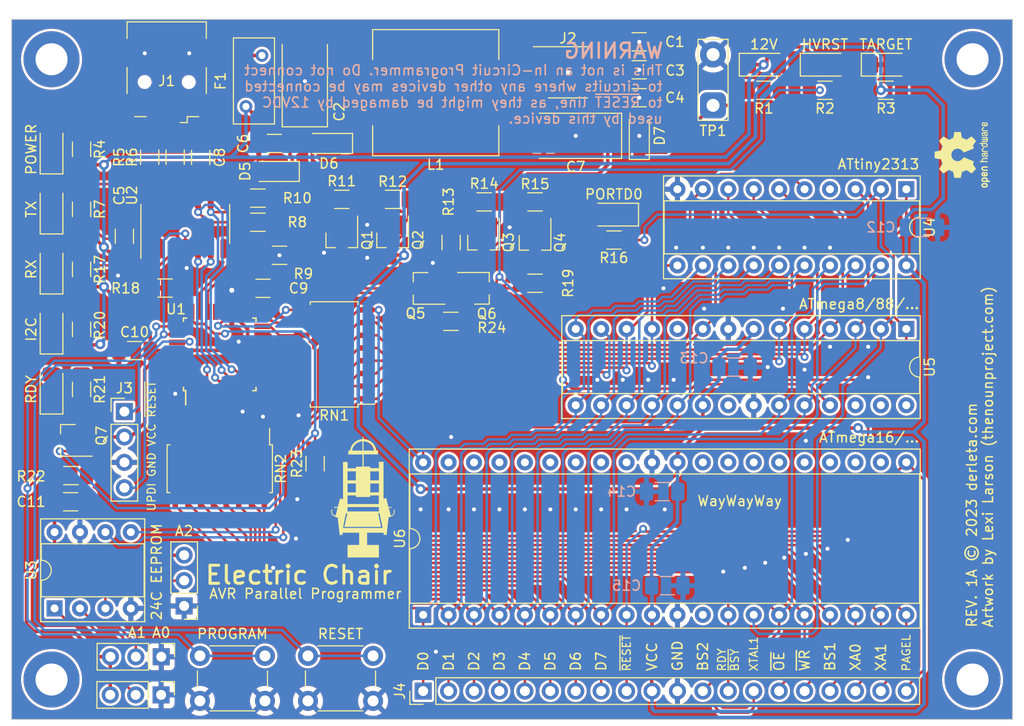
<source format=kicad_pcb>
(kicad_pcb (version 20221018) (generator pcbnew)
  (layers (0 "F.Cu" signal) (31 "B.Cu" signal) (34 "B.Paste" user) (35 "F.Paste" user) (36 "B.SilkS" user "B.Silkscreen") (37 "F.SilkS" user "F.Silkscreen") (38 "B.Mask" user) (39 "F.Mask" user) (44 "Edge.Cuts" user))
  (net 0 "")
  (net 1 "GND")
  (net 2 "VCC")
  (net 3 "~{RESET}")
  (net 4 "/UPDI")
  (net 5 "D7")
  (net 6 "D6")
  (net 7 "D5")
  (net 8 "D4")
  (net 9 "D3")
  (net 10 "D2")
  (net 11 "D1")
  (net 12 "D0")
  (net 13 "RDY{slash}~{BSY}")
  (net 14 "XTAL1")
  (net 15 "PAGEL")
  (net 16 "XA1")
  (net 17 "XA0")
  (net 18 "BS2")
  (net 19 "BS1")
  (net 20 "~{WR}")
  (net 21 "~{OE}")
  (net 22 "TXD1")
  (net 23 "RXD1")
  (net 24 "VDD")
  (net 25 "VRESET")
  (net 26 "+12V")
  (net 27 "/LX")
  (net 28 "/COMP")
  (net 29 "/Peripherals/RX_LED_C")
  (net 30 "12V_EN")
  (net 31 "5V_EN")
  (net 32 "/LXI")
  (net 33 "TRESET")
  (net 34 "SDA")
  (net 35 "SCL")
  (net 36 "/DD7")
  (net 37 "/DD6")
  (net 38 "/DD5")
  (net 39 "/DD4")
  (net 40 "/DD3")
  (net 41 "/DD2")
  (net 42 "/DD1")
  (net 43 "/DD0")
  (net 44 "/Peripherals/RX_LED_A")
  (net 45 "/Peripherals/TX_LED_C")
  (net 46 "/Peripherals/TX_LED_A")
  (net 47 "/Peripherals/I2C_LED_C")
  (net 48 "/Peripherals/I2C_LED_A")
  (net 49 "/POWER_LED_A")
  (net 50 "/TARGET_LED_A")
  (net 51 "PROGRAM")
  (net 52 "RDY_LED")
  (net 53 "/Target/PD0_LED_A")
  (net 54 "PD0")
  (net 55 "Net-(Q3-G)")
  (net 56 "/Peripherals/VCCUSB")
  (net 57 "Net-(U2-VUSB)")
  (net 58 "Net-(D1-A)")
  (net 59 "Net-(D2-A)")
  (net 60 "Net-(D12-K)")
  (net 61 "Net-(D12-A)")
  (net 62 "Net-(J1-D-)")
  (net 63 "Net-(J1-D+)")
  (net 67 "Net-(Q1-D)")
  (net 68 "Net-(Q3-D)")
  (net 69 "Net-(U2-D+)")
  (net 70 "Net-(U2-D-)")
  (net 71 "Net-(RN1-R8.2)")
  (net 72 "Net-(RN1-R7.2)")
  (net 73 "Net-(RN1-R6.2)")
  (net 74 "Net-(RN1-R5.2)")
  (net 75 "Net-(RN1-R4.2)")
  (net 76 "Net-(RN1-R3.2)")
  (net 77 "Net-(RN1-R2.2)")
  (net 78 "Net-(RN1-R1.2)")
  (net 103 "Net-(JP1-C)")
  (net 104 "Net-(JP2-C)")
  (net 105 "Net-(JP3-C)")
  (net 106 "Net-(Q6-G)")
  (net 107 "~{PROGRAM}")
  (net 108 "Net-(Q4-D)")
  (footprint "LED_SMD:LED_1206_3216Metric_Pad1.42x1.75mm_HandSolder" (layer "F.Cu") (at 111.252 34.544)
    (fp_text reference "D2")
    (fp_text value "HVRST")
  )
  (footprint "Resistor_SMD:R_1206_3216Metric_Pad1.30x1.75mm_HandSolder" (layer "F.Cu") (at 117.348 37.1 180)
    (fp_text reference "R3")
    (fp_text value "1-2k")
  )
  (footprint "Package_SO:SOIC-8_3.9x4.9mm_P1.27mm" (layer "F.Cu") (at 85.582 35.306)
    (fp_text reference "J2")
    (fp_text value "MAX632ACSA+")
  )
  (footprint "Resistor_SMD:R_1206_3216Metric_Pad1.30x1.75mm_HandSolder" (layer "F.Cu") (at 105.156 37.1 180)
    (fp_text reference "R1")
    (fp_text value "1-2k")
  )
  (footprint "Resistor_SMD:R_1206_3216Metric_Pad1.30x1.75mm_HandSolder" (layer "F.Cu") (at 56.769 53.594 180)
    (fp_text reference "R9")
    (fp_text value "1k (330?)")
  )
  (footprint "Connector_PinHeader_2.54mm:PinHeader_1x20_P2.54mm_Vertical" (layer "F.Cu") (at 71.12 97.155 90)
    (fp_text reference "J4")
    (fp_text value "DATA")
  )
  (footprint "Package_DIP:DIP-20_W7.62mm_Socket" (layer "F.Cu") (at 119.38 46.99 -90)
    (fp_text reference "U4")
    (fp_text value "ATtiny2313-20P")
  )
  (footprint "MountingHole:MountingHole_3.2mm_M3_DIN965_Pad" (layer "F.Cu") (at 126 34 180)
    (fp_text reference "H2" hide)
    (fp_text value "MountingHole")
  )
  (footprint "Capacitor_SMD:C_1206_3216Metric_Pad1.33x1.80mm_HandSolder" (layer "F.Cu") (at 42.291 63.119)
    (fp_text reference "C10")
    (fp_text value "100n")
  )
  (footprint "Package_SO:SOIC-16_4.55x10.3mm_P1.27mm" (layer "F.Cu") (at 50.8 74.93 -90)
    (fp_text reference "RN2")
    (fp_text value "R_Pack08")
  )
  (footprint "Resistor_SMD:R_1206_3216Metric_Pad1.30x1.75mm_HandSolder" (layer "F.Cu") (at 37 67 -90)
    (fp_text reference "R21")
    (fp_text value "1-2k")
  )
  (footprint "Capacitor_Tantalum_SMD:CP_EIA-7343-31_Kemet-D_Pad2.25x2.55mm_HandSolder" (layer "F.Cu") (at 86.36 41.656 180)
    (fp_text reference "C7")
    (fp_text value "47u")
  )
  (footprint "Package_TO_SOT_SMD:SOT-23_Handsoldering" (layer "F.Cu") (at 68.072 52.07 -90)
    (fp_text reference "Q2")
    (fp_text value "FDN302P")
  )
  (footprint "Connector_PinHeader_2.54mm:PinHeader_1x03_P2.54mm_Vertical" (layer "F.Cu") (at 47.244 88.646 180)
    (fp_text reference "JP3")
    (fp_text value "A2")
  )
  (footprint "Capacitor_Tantalum_SMD:CP_EIA-7343-31_Kemet-D_Pad2.25x2.55mm_HandSolder" (layer "F.Cu") (at 59.298 36.169 90)
    (fp_text reference "C2")
    (fp_text value "4u7")
  )
  (footprint "Capacitor_SMD:C_1206_3216Metric_Pad1.33x1.80mm_HandSolder" (layer "F.Cu") (at 92.694 32.258)
    (fp_text reference "C1")
    (fp_text value "100p")
  )
  (footprint "Package_SO:SOIC-14_3.9x8.7mm_P1.27mm" (layer "F.Cu") (at 47.36 50.458 90)
    (fp_text reference "U2")
    (fp_text value "MCP2221AxP")
  )
  (footprint "LED_SMD:LED_1206_3216Metric_Pad1.42x1.75mm_HandSolder" (layer "F.Cu") (at 34 67 90)
    (fp_text reference "D12")
    (fp_text value "RDY")
  )
  (footprint "Capacitor_SMD:C_1206_3216Metric_Pad1.33x1.80mm_HandSolder" (layer "F.Cu") (at 48.895 43.815 -90)
    (fp_text reference "C8")
    (fp_text value "100n")
  )
  (footprint "Package_DIP:DIP-28_W7.62mm_Socket" (layer "F.Cu") (at 119.38 60.96 -90)
    (fp_text reference "U5")
    (fp_text value "ATmega8A-P")
  )
  (footprint "TestPoint:TestPoint_2Pads_Pitch5.08mm_Drill1.3mm" (layer "F.Cu") (at 100.076 38.608 90)
    (fp_text reference "TP1")
    (fp_text value "12V_TestPoint")
  )
  (footprint "MountingHole:MountingHole_3.2mm_M3_DIN965_Pad" (layer "F.Cu") (at 126 96)
    (fp_text reference "H4" hide)
    (fp_text value "MountingHole")
  )
  (footprint "Resistor_SMD:R_1206_3216Metric_Pad1.30x1.75mm_HandSolder" (layer "F.Cu") (at 82.296 48.26 180)
    (fp_text reference "R15")
    (fp_text value "10k")
  )
  (footprint "Package_TO_SOT_SMD:SOT-23_Handsoldering" (layer "F.Cu") (at 70.89 56.9062 180)
    (fp_text reference "Q5")
    (fp_text value "DMN2310U-7")
  )
  (footprint "Connector_PinHeader_2.54mm:PinHeader_1x03_P2.54mm_Vertical" (layer "F.Cu") (at 44.958 93.726 -90)
    (fp_text reference "JP2")
    (fp_text value "A1")
  )
  (footprint "Button_Switch_THT:SW_PUSH_6mm" (layer "F.Cu") (at 59.615 93.635)
    (fp_text reference "SW2")
    (fp_text value "RESET")
  )
  (footprint "Resistor_SMD:R_1206_3216Metric_Pad1.30x1.75mm_HandSolder" (layer "F.Cu") (at 46.344 43.789 90)
    (fp_text reference "R6")
    (fp_text value "0")
  )
  (footprint "Resistor_SMD:R_1206_3216Metric_Pad1.30x1.75mm_HandSolder" (layer "F.Cu") (at 43.804 43.789 -90)
    (fp_text reference "R5")
    (fp_text value "0")
  )
  (footprint "Capacitor_SMD:C_1206_3216Metric_Pad1.33x1.80mm_HandSolder" (layer "F.Cu") (at 35.9025 78.232)
    (fp_text reference "C11")
    (fp_text value "100n")
  )
  (footprint "Package_SO:SOIC-16_4.55x10.3mm_P1.27mm" (layer "F.Cu") (at 62.23 63.5 180)
    (fp_text reference "RN1")
    (fp_text value "R_Pack08")
  )
  (footprint "Resistor_SMD:R_1206_3216Metric_Pad1.30x1.75mm_HandSolder" (layer "F.Cu") (at 60.325 74.422 90)
    (fp_text reference "R23")
    (fp_text value "1k")
  )
  (footprint "Resistor_SMD:R_1206_3216Metric_Pad1.30x1.75mm_HandSolder" (layer "F.Cu") (at 62.992 48.006)
    (fp_text reference "R11")
    (fp_text value "10k")
  )
  (footprint "Resistor_SMD:R_1206_3216Metric_Pad1.30x1.75mm_HandSolder" (layer "F.Cu") (at 54.61 50.292)
    (fp_text reference "R8")
    (fp_text value "2k7")
  )
  (footprint "Resistor_SMD:R_1206_3216Metric_Pad1.30x1.75mm_HandSolder" (layer "F.Cu") (at 37 43 -90)
    (fp_text reference "R4")
    (fp_text value "1-2k")
  )
  (footprint "Button_Switch_THT:SW_PUSH_6mm" (layer "F.Cu") (at 48.82 93.635)
    (fp_text reference "SW1")
    (fp_text value "PROGRAM")
  )
  (footprint "Capacitor_SMD:C_1206_3216Metric_Pad1.33x1.80mm_HandSolder" (layer "F.Cu") (at 56.261 42.418)
    (fp_text reference "C6")
    (fp_text value "1u")
  )
  (footprint "Package_TO_SOT_SMD:SOT-23_Handsoldering" (layer "F.Cu") (at 77.15 52.3 -90)
    (fp_text reference "Q3")
    (fp_text value "IRFML8244TRPBF")
  )
  (footprint "Connector_PinHeader_2.54mm:PinHeader_1x04_P2.54mm_Vertical" (layer "F.Cu") (at 41.275 69.215)
    (fp_text reference "J3")
    (fp_text value "SELFPROG")
  )
  (footprint "Inductor_SMD:L_Wuerth_WE-PD-Typ-LS_Handsoldering" (layer "F.Cu") (at 72.374 37.338 180)
    (fp_text reference "L1")
    (fp_text value "150uH")
  )
  (footprint "Diode_SMD:D_SOD-123" (layer "F.Cu") (at 56.388 45.212 180)
    (fp_text reference "D5")
    (fp_text value "5V6")
  )
  (footprint "Resistor_SMD:R_1206_3216Metric_Pad1.30x1.75mm_HandSolder" (layer "F.Cu") (at 90.17 52.07)
    (fp_text reference "R16")
    (fp_text value "330")
  )
  (footprint "Resistor_SMD:R_1206_3216Metric_Pad1.30x1.75mm_HandSolder" (layer "F.Cu") (at 37 55 -90)
    (fp_text reference "R17")
    (fp_text value "1-2k")
  )
  (footprint "Package_TO_SOT_SMD:SOT-23_Handsoldering" (layer "F.Cu") (at 62.992 52.07 -90)
    (fp_text reference "Q1")
    (fp_text value "DMN2310U-7")
  )
  (footprint "Package_DIP:DIP-8_W7.62mm_Socket" (layer "F.Cu") (at 34.3 88.89 90)
    (fp_text reference "U3")
    (fp_text value "24LC1025")
  )
  (footprint "Package_QFP:TQFP-32_7x7mm_P0.8mm" (layer "F.Cu") (at 50.8 63.5 90)
    (fp_text reference "U1")
    (fp_text value "AVR32DB28x-xSO")
  )
  (footprint "Connector_PinHeader_2.54mm:PinHeader_1x03_P2.54mm_Vertical" (layer "F.Cu") (at 44.943 97.536 -90)
    (fp_text reference "JP1")
    (fp_text value "A0")
  )
  (footprint "LED_SMD:LED_1206_3216Metric_Pad1.42x1.75mm_HandSolder" (layer "F.Cu") (at 90.17 49.53 180)
    (fp_text reference "D9")
    (fp_text value "PORTD0")
  )
  (footprint "Resistor_SMD:R_1206_3216Metric_Pad1.30x1.75mm_HandSolder" (layer "F.Cu") (at 35.941 75.6158)
    (fp_text reference "R22")
    (fp_text value "10k")
  )
  (footprint "Resistor_SMD:R_1206_3216Metric_Pad1.30x1.75mm_HandSolder" (layer "F.Cu") (at 37 61 -90)
    (fp_text reference "R20")
    (fp_text value "1-2k")
  )
  (footprint "Capacitor_SMD:C_1206_3216Metric_Pad1.33x1.80mm_HandSolder" (layer "F.Cu") (at 92.694 37.846)
    (fp_text reference "C4")
    (fp_text value "10u")
  )
  (footprint "Resistor_SMD:R_1206_3216Metric_Pad1.30x1.75mm_HandSolder" (layer "F.Cu") (at 73.914 52.324 -90)
    (fp_text reference "R13")
    (fp_text value "10k")
  )
  (footprint "LED_SMD:LED_1206_3216Metric_Pad1.42x1.75mm_HandSolder" (layer "F.Cu") (at 34 49 90)
    (fp_text reference "D8")
    (fp_text value "TX")
  )
  (footprint "Capacitor_SMD:C_1206_3216Metric_Pad1.33x1.80mm_HandSolder" (layer "F.Cu") (at 92.694 35.052)
    (fp_text reference "C3")
    (fp_text value "100n")
  )
  (footprint "Diode_SMD:D_SOD-123" (layer "F.Cu") (at 92.71 41.656 90)
    (fp_text reference "D7")
    (fp_text value "13V")
  )
  (footprint "Capacitor_SMD:C_1206_3216Metric_Pad1.33x1.80mm_HandSolder" (layer "F.Cu") (at 55.118 56.896 180)
    (fp_text reference "C9")
    (fp_text value "10n")
  )
  (footprint "MountingHole:MountingHole_3.2mm_M3_DIN965_Pad" (layer "F.Cu") (at 34 34 180)
    (fp_text reference "H1" hide)
    (fp_text value "MountingHole")
  )
  (footprint "LED_SMD:LED_1206_3216Metric_Pad1.42x1.75mm_HandSolder" (layer "F.Cu") (at 105.156 34.544)
    (fp_text reference "D1")
    (fp_text value "12V")
  )
  (footprint "Connector_USB:USB_Mini-B_Wuerth_65100516121_Horizontal" (layer "F.Cu") (at 45.5 36.275 180)
    (fp_text reference "J1")
    (fp_text value "USB_B_Mini")
  )
  (footprint "MountingHole:MountingHole_3.2mm_M3_DIN965_Pad" (layer "F.Cu") (at 34 96)
    (fp_text reference "H3" hide)
    (fp_text value "MountingHole")
  )
  (footprint "LED_SMD:LED_1206_3216Metric_Pad1.42x1.75mm_HandSolder" (layer "F.Cu") (at 117.348 34.544)
    (fp_text reference "D3")
    (fp_text value "TARGET")
  )
  (footprint "Package_TO_SOT_SMD:SOT-23_Handsoldering" (layer "F.Cu") (at 82.296 52.324 -90)
    (fp_text reference "Q4")
    (fp_text value "NTR0202PL")
  )
  (footprint "Resistor_SMD:R_1206_3216Metric_Pad1.30x1.75mm_HandSolder" (layer "F.Cu") (at 45.339 56.8706 180)
    (fp_text reference "R18")
    (fp_text value "100k - 1M")
  )
  (footprint "Resistor_SMD:R_1206_3216Metric_Pad1.30x1.75mm_HandSolder" (layer "F.Cu") (at 54.61 47.879)
    (fp_text reference "R10")
    (fp_text value "2k7")
  )
  (footprint "LED_SMD:LED_1206_3216Metric_Pad1.42x1.75mm_HandSolder" (layer "F.Cu") (at 34 55 90)
    (fp_text reference "D10")
    (fp_text value "RX")
  )
  (footprint "Package_TO_SOT_SMD:SOT-23_Handsoldering" (layer "F.Cu") (at 76.962 56.896)
    (fp_text reference "Q6")
    (fp_text value "IRFML8244TRPBF ")
  )
  (footprint "LED_SMD:LED_1206_3216Metric_Pad1.42x1.75mm_HandSolder" (layer "F.Cu") (at 34 43 90)
    (fp_text reference "D4")
    (fp_text value "POWER")
  )
  (footprint "Resistor_SMD:R_1206_3216Metric_Pad1.30x1.75mm_HandSolder" (layer "F.Cu") (at 77.216 48.26)
    (fp_text reference "R14")
    (fp_text value "10k")
  )
  (footprint "LED_SMD:LED_1206_3216Metric_Pad1.42x1.75mm_HandSolder" (layer "F.Cu") (at 34 61 90)
    (fp_text reference "D11")
    (fp_text value "I2C")
  )
  (footprint "Package_DIP:DIP-40_W15.24mm_Socket" (layer "F.Cu") (at 71.12 89.535 90)
    (fp_text reference "U6")
    (fp_text value "ATmega32-16P")
  )
  (footprint "Diode_SMD:D_SOD-123" (layer "F.Cu") (at 61.706 42.418 180)
    (fp_text reference "D6")
    (fp_text value "STPS0520Z")
  )
  (footprint "Package_TO_SOT_SMD:SOT-23_Handsoldering" (layer "F.Cu") (at 35.6602 72.0954 180)
    (fp_text reference "Q7")
    (fp_text value "DMN2310U-7")
  )
  (footprint "Capacitor_SMD:C_1206_3216Metric_Pad1.33x1.80mm_HandSolder" (layer "F.Cu") (at 41.275 51.689 -90)
    (fp_text reference "C5")
    (fp_text value "100n")
  )
  (footprint "Resistor_SMD:R_1206_3216Metric_Pad1.30x1.75mm_HandSolder" (layer "F.Cu") (at 37 49 -90)
    (fp_text reference "R7")
    (fp_text value "1-2k")
  )
  (footprint "Resistor_SMD:R_1206_3216Metric_Pad1.30x1.75mm_HandSolder" (layer "F.Cu") (at 111.252 37.1 180)
    (fp_text reference "R2")
    (fp_text value "1-2k")
  )
  (footprint "Resistor_SMD:R_1206_3216Metric_Pad1.30x1.75mm_HandSolder" (layer "F.Cu") (at 68.072 48.006 180)
    (fp_text reference "R12")
    (fp_text value "10k")
  )
  (footprint "Resistor_SMD:R_1206_3216Metric_Pad1.30x1.75mm_HandSolder" (layer "F.Cu") (at 82.296 56.388)
    (fp_text reference "R19")
    (fp_text value "0 - 120 (75)")
  )
  (footprint "Resistor_SMD:R_1206_3216Metric_Pad1.30x1.75mm_HandSolder" (layer "F.Cu") (at 73.888 60.198)
    (fp_text reference "R24")
    (fp_text value "100 (75)")
  )
  (footprint "Symbol:OSHW-Logo2_7.3x6mm_SilkScreen" (layer "F.Cu") (at 124.968 43.561 90)
    (fp_text reference "REF**" hide)
    (fp_text value "OSHW-Logo2_7.3x6mm_SilkScreen" hide)
  )
  (footprint "Fuse:Fuse_BelFuse_0ZRE0005FF_L8.3mm_W3.8mm" (layer "F.Cu") (at 53.418 38.719 90)
    (fp_text reference "F1")
    (fp_text value "R60-010")
  )
  (footprint "Capacitor_SMD:C_1206_3216Metric_Pad1.33x1.80mm_HandSolder" (layer "B.Cu") (at 120.9425 50.8)
    (fp_text reference "C12")
    (fp_text value "100n")
  )
  (footprint "Capacitor_SMD:C_1206_3216Metric_Pad1.33x1.80mm_HandSolder" (layer "B.Cu") (at 102.235 64.77 180)
    (fp_text reference "C13")
    (fp_text value "100n")
  )
  (footprint "Capacitor_SMD:C_1206_3216Metric_Pad1.33x1.80mm_HandSolder" (layer "B.Cu") (at 95.504 86.614 180)
    (fp_text reference "C15")
    (fp_text value "100n")
  )
  (footprint "Capacitor_SMD:C_1206_3216Metric_Pad1.33x1.80mm_HandSolder" (layer "B.Cu") (at 94.996 77.216)
    (fp_text reference "C14")
    (fp_text value "100n")
  )
  (gr_poly (pts (xy 63.246 80.772) (xy 63.126938 80.745543) (xy 63.246 80.745543)) (fill solid) (layer "F.SilkS"))
  (gr_poly (pts (xy 67.743916 79.118354) (xy 67.730687 79.03898) (xy 67.757146 79.03898)) (fill solid) (layer "F.SilkS"))
  (gr_poly (pts (xy 65.127022 71.749786) (xy 65.129496 71.750013) (xy 65.131962 71.750385) (xy 65.134412 71.750897) (xy 65.136843 71.751546) (xy 65.13925 71.752325) (xy 65.141628 71.75323) (xy 65.143972 71.754256) (xy 65.146278 71.755399) (xy 65.148539 71.756653) (xy 65.150752 71.758014) (xy 65.152912 71.759476) (xy 65.155014 71.761035) (xy 65.157053 71.762686) (xy 65.159024 71.764425) (xy 65.160922 71.766245) (xy 65.162743 71.768144) (xy 65.164481 71.770115) (xy 65.166133 71.772153) (xy 65.167692 71.774255) (xy 65.169154 71.776415) (xy 65.170515 71.778628) (xy 65.171769 71.78089) (xy 65.172911 71.783195) (xy 65.173937 71.785539) (xy 65.174842 71.787917) (xy 65.175622 71.790324) (xy 65.17627 71.792755) (xy 65.176783 71.795206) (xy 65.177155 71.797671) (xy 65.177382 71.800146) (xy 65.177459 71.802626) (xy 65.177459 71.961376) (xy 65.237872 71.965202) (xy 65.297529 71.971682) (xy 65.356372 71.980753) (xy 65.414343 71.992356) (xy 65.471384 72.006429) (xy 65.527437 72.022913) (xy 65.582443 72.041746) (xy 65.636345 72.062868) (xy 65.689084 72.086219) (xy 65.740602 72.111738) (xy 65.790842 72.139364) (xy 65.839744 72.169037) (xy 65.88725 72.200697) (xy 65.933304 72.234282) (xy 65.977846 72.269733) (xy 66.020818 72.306988) (xy 66.062162 72.345987) (xy 66.101821 72.386669) (xy 66.139735 72.428975) (xy 66.175847 72.472843) (xy 66.210099 72.518213) (xy 66.242432 72.565024) (xy 66.272789 72.613216) (xy 66.301111 72.662728) (xy 66.32734 72.7135) (xy 66.351418 72.765471) (xy 66.373287 72.81858) (xy 66.392888 72.872767) (xy 66.410164 72.927972) (xy 66.425057 72.984133) (xy 66.437508 73.041191) (xy 66.447459 73.099084) (xy 66.619437 73.099084) (xy 66.619437 73.495959) (xy 65.177459 73.495959) (xy 65.177459 74.713042) (xy 65.838917 74.713042) (xy 65.838917 74.871792) (xy 66.698813 74.871792) (xy 66.698813 74.236792) (xy 67.161834 74.236792) (xy 67.161834 77.92773) (xy 67.426417 77.861584) (xy 67.651313 78.761167) (xy 67.673634 78.756523) (xy 67.695936 78.752537) (xy 67.718199 78.749249) (xy 67.740404 78.746698) (xy 67.762531 78.744921) (xy 67.784561 78.743959) (xy 67.806475 78.743849) (xy 67.828254 78.744631) (xy 67.849877 78.746343) (xy 67.871326 78.749023) (xy 67.892581 78.752712) (xy 67.913623 78.757447) (xy 67.934432 78.763267) (xy 67.95499 78.770211) (xy 67.975276 78.778318) (xy 67.995272 78.787626) (xy 67.929126 78.853772) (xy 67.914095 78.849121) (xy 67.898792 78.84509) (xy 67.883257 78.841679) (xy 67.867528 78.838889) (xy 67.851643 78.836718) (xy 67.835643 78.835168) (xy 67.819565 78.834238) (xy 67.803448 78.833928) (xy 67.787332 78.834238) (xy 67.771254 78.835168) (xy 67.755254 78.836718) (xy 67.739369 78.838889) (xy 67.72364 78.841679) (xy 67.708105 78.84509) (xy 67.692802 78.849121) (xy 67.677771 78.853772) (xy 67.730688 79.03898) (xy 67.757146 79.118355) (xy 67.889438 79.621063) (xy 67.901986 79.618276) (xy 67.914785 79.614888) (xy 67.927779 79.610918) (xy 67.940908 79.606387) (xy 67.954114 79.601313) (xy 67.96734 79.595715) (xy 67.980527 79.589614) (xy 67.993617 79.583029) (xy 68.006553 79.575978) (xy 68.019275 79.568482) (xy 68.031726 79.560559) (xy 68.043847 79.55223) (xy 68.055581 79.543512) (xy 68.066869 79.534427) (xy 68.077653 79.524993) (xy 68.087876 79.515229) (xy 68.109111 79.489827) (xy 68.128157 79.46332) (xy 68.144994 79.435845) (xy 68.159602 79.407536) (xy 68.171963 79.378529) (xy 68.182056 79.34896) (xy 68.189862 79.318965) (xy 68.195362 79.28868) (xy 68.198537 79.258239) (xy 68.199367 79.227779) (xy 68.197833 79.197435) (xy 68.193915 79.167344) (xy 68.187595 79.137639) (xy 68.178852 79.108458) (xy 68.167667 79.079936) (xy 68.154022 79.052209) (xy 68.220166 78.986063) (xy 68.2297 79.003615) (xy 68.238457 79.021526) (xy 68.246433 79.039766) (xy 68.253627 79.058306) (xy 68.260036 79.077118) (xy 68.265658 79.096172) (xy 68.27453 79.134891) (xy 68.280224 79.17423) (xy 68.282721 79.213956) (xy 68.282001 79.253837) (xy 68.278044 79.293641) (xy 68.274846 79.313441) (xy 68.270832 79.333134) (xy 68.265999 79.352692) (xy 68.260345 79.372086) (xy 68.253867 79.391285) (xy 68.246564 79.410261) (xy 68.238432 79.428986) (xy 68.229468 79.44743) (xy 68.219672 79.465563) (xy 68.20904 79.483358) (xy 68.19757 79.500784) (xy 68.185259 79.517813) (xy 68.172106 79.534416) (xy 68.158107 79.550563) (xy 68.14326 79.566226) (xy 68.127563 79.581375) (xy 68.115005 79.593616) (xy 68.102138 79.605508) (xy 68.08896 79.617013) (xy 68.075473 79.628091) (xy 68.061675 79.638704) (xy 68.047568 79.648813) (xy 68.03315 79.65838) (xy 68.018422 79.667365) (xy 68.003384 79.67573) (xy 67.988036 79.683436) (xy 67.972378 79.690445) (xy 67.95641 79.696717) (xy 67.940132 79.702214) (xy 67.923544 79.706897) (xy 67.906646 79.710728) (xy 67.889438 79.713667) (xy 67.889438 79.726895) (xy 67.664542 79.793041) (xy 67.466105 81.56575) (xy 67.161834 81.526062) (xy 67.188292 81.327624) (xy 65.521416 81.327624) (xy 65.521416 82.544707) (xy 66.698812 82.544707) (xy 66.698812 83.801478) (xy 63.563499 83.801478) (xy 63.563499 82.544707) (xy 64.727666 82.544707) (xy 64.727666 81.327624) (xy 63.060791 81.327624) (xy 63.08725 81.526062) (xy 62.782979 81.56575) (xy 62.7018 80.851376) (xy 63.126938 80.851376) (xy 67.056 80.851376) (xy 67.056 80.745543) (xy 66.817875 79.647522) (xy 66.751729 79.356481) (xy 66.685583 79.36971) (xy 66.632667 79.382938) (xy 66.685583 79.647522) (xy 66.685583 79.660751) (xy 66.923708 80.745543) (xy 63.246 80.745543) (xy 63.484125 79.660751) (xy 63.537042 79.396168) (xy 63.417979 79.369709) (xy 63.351834 79.660751) (xy 63.126938 80.745543) (xy 63.126938 80.851376) (xy 62.7018 80.851376) (xy 62.584542 79.819501) (xy 62.333188 79.753355) (xy 62.346417 79.713667) (xy 62.326431 79.708393) (xy 62.306212 79.702479) (xy 62.285839 79.695907) (xy 62.265388 79.688656) (xy 62.244937 79.680707) (xy 62.224564 79.672042) (xy 62.204345 79.66264) (xy 62.18436 79.652482) (xy 62.164684 79.641549) (xy 62.145395 79.629822) (xy 62.126572 79.617281) (xy 62.108292 79.603906) (xy 62.090631 79.589679) (xy 62.073669 79.57458) (xy 62.057481 79.558589) (xy 62.042146 79.541688) (xy 62.018733 79.511176) (xy 61.998092 79.479289) (xy 61.980202 79.446199) (xy 61.965045 79.412083) (xy 61.9526 79.377114) (xy 61.94285 79.341467) (xy 61.935773 79.305317) (xy 61.931352 79.268836) (xy 61.929566 79.232201) (xy 61.930396 79.195585) (xy 61.933823 79.159163) (xy 61.939827 79.123109) (xy 61.948389 79.087597) (xy 61.95949 79.052803) (xy 61.97311 79.0189) (xy 61.989229 78.986063) (xy 62.055375 79.065437) (xy 62.043906 79.090536) (xy 62.034317 79.116158) (xy 62.026627 79.142206) (xy 62.020855 79.168584) (xy 62.017022 79.195194) (xy 62.015145 79.221939) (xy 62.015245 79.248724) (xy 62.017341 79.27545) (xy 62.021453 79.302022) (xy 62.027599 79.328341) (xy 62.0358 79.354312) (xy 62.046073 79.379837) (xy 62.05844 79.404819) (xy 62.072919 79.429162) (xy 62.08953 79.452768) (xy 62.098641 79.464265) (xy 62.108292 79.475541) (xy 62.121146 79.489962) (xy 62.134854 79.503472) (xy 62.149336 79.516091) (xy 62.164516 79.527838) (xy 62.180316 79.538732) (xy 62.196659 79.548793) (xy 62.213466 79.55804) (xy 62.230662 79.566492) (xy 62.248167 79.574169) (xy 62.265905 79.581091) (xy 62.283798 79.587276) (xy 62.301768 79.592744) (xy 62.319739 79.597514) (xy 62.337632 79.601606) (xy 62.35537 79.605039) (xy 62.372875 79.607833) (xy 62.518396 79.065437) (xy 62.518396 79.02575) (xy 62.531625 79.02575) (xy 62.571313 78.853771) (xy 62.553652 78.846795) (xy 62.535449 78.840749) (xy 62.516781 78.835633) (xy 62.497725 78.831447) (xy 62.47836 78.828191) (xy 62.458761 78.825866) (xy 62.439008 78.824471) (xy 62.419177 78.824006) (xy 62.399346 78.824471) (xy 62.379593 78.825866) (xy 62.359995 78.828191) (xy 62.340629 78.831447) (xy 62.321573 78.835633) (xy 62.302905 78.840749) (xy 62.284702 78.846795) (xy 62.267042 78.853771) (xy 62.200896 78.787625) (xy 62.223517 78.778175) (xy 62.246681 78.769694) (xy 62.27031 78.76222) (xy 62.294327 78.755793) (xy 62.318654 78.750451) (xy 62.343213 78.746233) (xy 62.367927 78.743177) (xy 62.392719 78.741323) (xy 62.417511 78.74071) (xy 62.442225 78.741375) (xy 62.466784 78.743358) (xy 62.491111 78.746698) (xy 62.515128 78.751433) (xy 62.538757 78.757602) (xy 62.561921 78.765243) (xy 62.584542 78.774397) (xy 62.588096 78.761167) (xy 63.5635 78.761167) (xy 63.5635 79.197729) (xy 66.698813 79.197729) (xy 66.698813 78.761167) (xy 63.5635 78.761167) (xy 62.588096 78.761167) (xy 62.822667 77.888042) (xy 63.113709 77.980646) (xy 63.113709 77.597) (xy 63.5635 77.597) (xy 63.5635 78.456896) (xy 66.685582 78.456896) (xy 66.685582 77.597) (xy 65.825687 77.597) (xy 65.825687 77.75575) (xy 64.396937 77.75575) (xy 64.396937 77.597) (xy 63.5635 77.597) (xy 63.113709 77.597) (xy 63.113709 76.406376) (xy 63.5635 76.406376) (xy 63.5635 77.292729) (xy 64.396937 77.292729) (xy 64.396937 76.406376) (xy 65.838917 76.406376) (xy 65.838917 77.292729) (xy 66.698813 77.292729) (xy 66.698813 76.406376) (xy 65.838917 76.406376) (xy 64.396937 76.406376) (xy 63.5635 76.406376) (xy 63.113709 76.406376) (xy 63.113709 75.189292) (xy 63.5635 75.189292) (xy 63.5635 76.088875) (xy 64.396937 76.088875) (xy 64.396937 75.189292) (xy 65.838917 75.189292) (xy 65.838917 76.088875) (xy 66.698813 76.088875) (xy 66.698813 75.189292) (xy 65.838917 75.189292) (xy 64.396937 75.189292) (xy 63.5635 75.189292) (xy 63.113709 75.189292) (xy 63.113709 74.250021) (xy 63.57673 74.250021) (xy 63.57673 74.885022) (xy 64.410167 74.885022) (xy 64.410167 74.726271) (xy 65.058396 74.726271) (xy 65.058396 73.509188) (xy 63.642875 73.509188) (xy 63.642875 73.112313) (xy 63.814854 73.112313) (xy 64.013292 73.112313) (xy 65.058396 73.112313) (xy 65.058396 72.186272) (xy 65.164229 72.186272) (xy 65.164229 73.112313) (xy 66.222563 73.112313) (xy 66.212881 73.064338) (xy 66.20123 73.01718) (xy 66.187656 72.970879) (xy 66.172204 72.925477) (xy 66.154921 72.881015) (xy 66.135853 72.837533) (xy 66.115045 72.795074) (xy 66.092545 72.753679) (xy 66.068397 72.713388) (xy 66.042648 72.674242) (xy 66.015344 72.636284) (xy 65.98653 72.599554) (xy 65.924561 72.529942) (xy 65.857107 72.465738) (xy 65.784537 72.407269) (xy 65.707219 72.354866) (xy 65.666895 72.331042) (xy 65.625522 72.308858) (xy 65.583146 72.288355) (xy 65.539814 72.269574) (xy 65.49557 72.252557) (xy 65.450462 72.237344) (xy 65.404535 72.223977) (xy 65.357835 72.212497) (xy 65.310408 72.202946) (xy 65.262301 72.195363) (xy 65.21356 72.189792) (xy 65.164229 72.186272) (xy 65.058396 72.186272) (xy 65.009104 72.190993) (xy 64.960473 72.197689) (xy 64.912544 72.206318) (xy 64.865359 72.216838) (xy 64.818959 72.229209) (xy 64.773384 72.24339) (xy 64.728677 72.259339) (xy 64.684879 72.277015) (xy 64.64203 72.296377) (xy 64.600171 72.317384) (xy 64.559345 72.339995) (xy 64.519592 72.364168) (xy 64.480953 72.389862) (xy 64.443469 72.417036) (xy 64.407182 72.445649) (xy 64.372133 72.47566) (xy 64.338363 72.507027) (xy 64.305913 72.539709) (xy 64.274824 72.573666) (xy 64.245138 72.608856) (xy 64.216896 72.645237) (xy 64.190138 72.682769) (xy 64.164907 72.72141) (xy 64.141243 72.76112) (xy 64.119187 72.801857) (xy 64.098781 72.84358) (xy 64.080065 72.886247) (xy 64.063082 72.929818) (xy 64.047872 72.974251) (xy 64.034476 73.019505) (xy 64.022935 73.06554) (xy 64.013292 73.112313) (xy 63.814854 73.112313) (xy 63.824767 73.05442) (xy 63.837108 72.997362) (xy 63.851822 72.941201) (xy 63.868856 72.885996) (xy 63.888158 72.831809) (xy 63.909674 72.7787) (xy 63.933351 72.726729) (xy 63.959135 72.675957) (xy 63.986973 72.626445) (xy 64.016812 72.578253) (xy 64.048599 72.531442) (xy 64.08228 72.486072) (xy 64.117802 72.442204) (xy 64.155111 72.399899) (xy 64.194155 72.359216) (xy 64.23488 72.320217) (xy 64.277233 72.282962) (xy 64.32116 72.247511) (xy 64.366609 72.213926) (xy 64.413526 72.182266) (xy 64.461857 72.152593) (xy 64.511549 72.124967) (xy 64.56255 72.099448) (xy 64.614805 72.076097) (xy 64.668262 72.054975) (xy 64.722867 72.036142) (xy 64.778567 72.019658) (xy 64.835309 72.005585) (xy 64.893038 71.993982) (xy 64.951703 71.984911) (xy 65.01125 71.978432) (xy 65.071625 71.974605) (xy 65.071625 71.802626) (xy 65.071702 71.800146) (xy 65.071929 71.797671) (xy 65.072301 71.795206) (xy 65.072814 71.792755) (xy 65.073462 71.790324) (xy 65.074241 71.787917) (xy 65.075146 71.785539) (xy 65.076173 71.783195) (xy 65.077315 71.78089) (xy 65.078569 71.778628) (xy 65.07993 71.776415) (xy 65.081392 71.774255) (xy 65.082951 71.772153) (xy 65.084602 71.770115) (xy 65.086341 71.768144) (xy 65.088161 71.766245) (xy 65.09006 71.764425) (xy 65.092031 71.762686) (xy 65.09407 71.761035) (xy 65.096171 71.759476) (xy 65.098331 71.758013) (xy 65.100545 71.756653) (xy 65.102806 71.755399) (xy 65.105111 71.754256) (xy 65.107455 71.75323) (xy 65.109833 71.752325) (xy 65.11224 71.751546) (xy 65.114672 71.750897) (xy 65.117122 71.750385) (xy 65.119587 71.750013) (xy 65.122062 71.749786) (xy 65.124542 71.749709)) (fill solid) (layer "F.SilkS"))
  (gr_rect (start 30 30) (end 130 100) (stroke (width 0.1)) (fill none) (layer "Edge.Cuts"))
  (gr_text "WARNING" (at 95.25 34.036) (layer "B.SilkS") (effects (font (size 1.5 1.5) (thickness 0.25) bold) (justify left bottom mirror)))
  (gr_text "This is not an In-Circuit Programmer. Do not connect \nto circuits where any other devices may be connected \nto ~{RESET} line, as they might be damaged by 12VDC \nused by this device." (at 95.123 40.513) (layer "B.SilkS") (effects (font (size 1 1)) (justify left bottom mirror)))
  (gr_text "XTAL1" (at 104.14 95.25 90) (layer "F.SilkS") (effects (font (size 0.8 0.8) (thickness 0.125)) (justify left)))
  (gr_text "D6" (at 86.36 95.25 90) (layer "F.SilkS") (effects (font (size 1 1)) (justify left)))
  (gr_text "RDY\n~{BSY}" (at 101.6 95.25 90) (layer "F.SilkS") (effects (font (size 0.8 0.8) (thickness 0.125)) (justify left)))
  (gr_text "Electric Chair" (at 68.199 86.614) (layer "F.SilkS") (effects (font (size 1.8 1.8) (thickness 0.3) bold) (justify right bottom)))
  (gr_text "~{WR}" (at 109.22 95.25 90) (layer "F.SilkS") (effects (font (size 1 1)) (justify left)))
  (gr_text "XA0" (at 114.3 95.25 90) (layer "F.SilkS") (effects (font (size 1 1)) (justify left)))
  (gr_text "REV. 1A © 2023 derleta.com\nArtwork by Lexi Larson (thenounproject.com)" (at 128.1176 90.8812 90) (layer "F.SilkS") (effects (font (size 1 1)) (justify left bottom)))
  (gr_text "ATmega8/88/..." (at 120.77 59.055) (layer "F.SilkS") (effects (font (size 1 1)) (justify right bottom)))
  (gr_text "UPDI GND VCC ~{RESET}" (at 44.45 79.248 90) (layer "F.SilkS") (effects (font (size 0.8 0.8) (thickness 0.125)) (justify left bottom)))
  (gr_text "~{OE}" (at 106.68 95.25 90) (layer "F.SilkS") (effects (font (size 1 1)) (justify left)))
  (gr_text "24C EEPROM" (at 45.085 90.17 90) (layer "F.SilkS") (effects (font (size 1 1)) (justify left bottom)))
  (gr_text "~{RESET}" (at 91.44 95.25 90) (layer "F.SilkS") (effects (font (size 0.8 0.8) (thickness 0.125)) (justify left)))
  (gr_text "BS2" (at 99.06 95.25 90) (layer "F.SilkS") (effects (font (size 1 1)) (justify left)))
  (gr_text "D2" (at 76.2 95.25 90) (layer "F.SilkS") (effects (font (size 1 1)) (justify left)))
  (gr_text "XA1" (at 116.84 95.25 90) (layer "F.SilkS") (effects (font (size 1 1)) (justify left)))
  (gr_text "BS1" (at 111.76 95.25 90) (layer "F.SilkS") (effects (font (size 1 1)) (justify left)))
  (gr_text "ATmega16/..." (at 120.77 72.39) (layer "F.SilkS") (effects (font (size 1 1)) (justify right bottom)))
  (gr_text "WayWayWay" (at 98.425 78.74) (layer "F.SilkS") (effects (font (size 1 1)) (justify left bottom)))
  (gr_text "AVR Parallel Programmer" (at 49.657 88.011) (layer "F.SilkS") (effects (font (size 1 1)) (justify left bottom)))
  (gr_text "PAGEL" (at 119.38 95.25 90) (layer "F.SilkS") (effects (font (size 0.8 0.8) (thickness 0.125)) (justify left)))
  (gr_text "D0" (at 71.12 95.25 90) (layer "F.SilkS") (effects (font (size 1 1)) (justify left)))
  (gr_text "D1" (at 73.66 95.25 90) (layer "F.SilkS") (effects (font (size 1 1)) (justify left)))
  (gr_text "GND" (at 96.52 95.25 90) (layer "F.SilkS") (effects (font (size 1 1)) (justify left)))
  (gr_text "ATtiny2313" (at 120.77 45.085) (layer "F.SilkS") (effects (font (size 1 1)) (justify right bottom)))
  (gr_text "VCC" (at 93.98 95.25 90) (layer "F.SilkS") (effects (font (size 1 1)) (justify left)))
  (gr_text "D5" (at 83.82 95.25 90) (layer "F.SilkS") (effects (font (size 1 1)) (justify left)))
  (gr_text "D7" (at 88.9 95.25 90) (layer "F.SilkS") (effects (font (size 1 1)) (justify left)))
  (gr_text "D3" (at 78.74 95.25 90) (layer "F.SilkS") (effects (font (size 1 1)) (justify left)))
  (gr_text "D4" (at 81.28 95.25 90) (layer "F.SilkS") (effects (font (size 1 1)) (justify left)))
  (segment (start 52 57.092774) (end 52.005348 57.087426) (width 0.25) (layer "F.Cu") (net 1))
  (segment (start 52 59.25) (end 52 57.092774) (width 0.35) (layer "F.Cu") (net 1))
  (segment (start 51.99824 59.24824) (end 52 59.25) (width 0.25) (layer "F.Cu") (net 1))
  (via (at 86.36 78.994) (size 0.8) (drill 0.4) (layers "F.Cu" "B.Cu") (net 1))
  (via (at 115.57 65.786) (size 0.8) (drill 0.4) (layers "F.Cu" "B.Cu") (net 1))
  (via (at 107.188 83.82) (size 0.8) (drill 0.4) (layers "F.Cu" "B.Cu") (net 1))
  (via (at 109.22 65.024) (size 0.8) (drill 0.4) (layers "F.Cu" "B.Cu") (net 1))
  (via (at 79.756 50.8) (size 0.8) (drill 0.4) (layers "F.Cu" "B.Cu") (net 1))
  (via (at 85.598 35.306) (size 0.8) (drill 0.4) (layers "F.Cu" "B.Cu") (net 1))
  (via (at 56.134 84.836) (size 0.8) (drill 0.4) (layers "F.Cu" "B.Cu") (net 1))
  (via (at 55.118 69.723) (size 0.8) (drill 0.4) (layers "F.Cu" "B.Cu") (net 1))
  (via (at 101.6 52.832) (size 0.8) (drill 0.4) (layers "F.Cu" "B.Cu") (net 1))
  (via (at 59.309 36.195) (size 0.8) (drill 0.4) (layers "F.Cu" "B.Cu") (net 1))
  (via (at 88.9 78.994) (size 0.8) (drill 0.4) (layers "F.Cu" "B.Cu") (net 1))
  (via (at 46.355 67.437) (size 0.8) (drill 0.4) (layers "F.Cu" "B.Cu") (net 1))
  (via (at 99.06 52.832) (size 0.8) (drill 0.4) (layers "F.Cu" "B.Cu") (net 1))
  (via (at 107.061 58.928) (size 0.8) (drill 0.4) (layers "F.Cu" "B.Cu") (net 1))
  (via (at 73.66 78.994) (size 0.8) (drill 0.4) (layers "F.Cu" "B.Cu") (net 1))
  (via (at 106.68 52.832) (size 0.8) (drill 0.4) (layers "F.Cu" "B.Cu") (net 1))
  (via (at 105.283 84.328) (size 0.8) (drill 0.4) (layers "F.Cu" "B.Cu") (net 1))
  (via (at 65.532 53.848) (size 0.8) (drill 0.4) (layers "F.Cu" "B.Cu") (net 1))
  (via (at 76.2 78.994) (size 0.8) (drill 0.4) (layers "F.Cu" "B.Cu") (net 1))
  (via (at 52.696516 62.2255) (size 0.8) (drill 0.4) (layers "F.Cu" "B.Cu") (net 1))
  (via (at 95.123 56.896) (size 0.8) (drill 0.4) (layers "F.Cu" "B.Cu") (net 1))
  (via (at 72.39 93.218) (size 0.8) (drill 0.4) (layers "F.Cu" "B.Cu") (net 1))
  (via (at 109.347 72.136) (size 0.8) (drill 0.4) (layers "F.Cu" "B.Cu") (net 1))
  (via (at 78.74 78.994) (size 0.8) (drill 0.4) (layers "F.Cu" "B.Cu") (net 1))
  (via (at 91.059 66.04) (size 0.8) (drill 0.4) (layers "F.Cu" "B.Cu") (net 1))
  (via (at 43.307 33.401) (size 0.8) (drill 0.4) (layers "F.Cu" "B.Cu") (net 1))
  (via (at 96.139 66.04) (size 0.8) (drill 0.4) (layers "F.Cu" "B.Cu") (net 1))
  (via (at 92.71 32.258) (size 0.8) (drill 0.4) (layers "F.Cu" "B.Cu") (net 1))
  (via (at 92.71 37.846) (size 0.8) (drill 0.4) (layers "F.Cu" "B.Cu") (net 1))
  (via (at 73.914 71.755) (size 0.8) (drill 0.4) (layers "F.Cu" "B.Cu") (net 1))
  (via (at 58.674 69.596) (size 0.8) (drill 0.4) (layers "F.Cu" "B.Cu") (net 1))
  (via (at 47.752 33.401) (size 0.8) (drill 0.4) (layers "F.Cu" "B.Cu") (net 1))
  (via (at 40.64 55.626) (size 0.8) (drill 0.4) (layers "F.Cu" "B.Cu") (net 1))
  (via (at 47.498 54.864) (size 0.8) (drill 0.4) (layers "F.Cu" "B.Cu") (net 1))
  (via (at 81.28 78.994) (size 0.8) (drill 0.4) (layers "F.Cu" "B.Cu") (net 1))
  (via (at 95.25 78.994) (size 0.8) (drill 0.4) (layers "F.Cu" "B.Cu") (net 1))
  (via (at 65.532 50.546) (size 0.8) (drill 0.4) (layers "F.Cu" "B.Cu") (net 1))
  (via (at 72.0852 54.356) (size 0.8) (drill 0.4) (layers "F.Cu" "B.Cu") (net 1))
  (via (at 58.42 81.915) (size 0.8) (drill 0.4) (layers "F.Cu" "B.Cu") (net 1))
  (via (at 111.76 62.738) (size 0.8) (drill 0.4) (layers "F.Cu" "B.Cu") (net 1))
  (via (at 103.251 84.836) (size 0.8) (drill 0.4) (layers "F.Cu" "B.Cu") (net 1))
  (via (at 109.347 83.439) (size 0.8) (drill 0.4) (layers "F.Cu" "B.Cu") (net 1))
  (via (at 105.537 64.77) (size 0.8) (drill 0.4) (layers "F.Cu" "B.Cu") (net 1))
  (via (at 113.538 82.042) (size 0.8) (drill 0.4) (layers "F.Cu" "B.Cu") (net 1))
  (via (at 92.71 41.656) (size 0.8) (drill 0.4) (layers "F.Cu" "B.Cu") (net 1))
  (via (at 111.76 52.832) (size 0.8) (drill 0.4) (layers "F.Cu" "B.Cu") (net 1))
  (via (at 52.005348 57.087426) (size 1) (drill 0.5) (layers "F.Cu" "B.Cu") (net 1))
  (via (at 53.086 69.215) (size 0.8) (drill 0.4) (layers "F.Cu" "B.Cu") (net 1))
  (via (at 93.599 66.04) (size 0.8) (drill 0.4) (layers "F.Cu" "B.Cu") (net 1))
  (via (at 101.092 85.217) (size 0.8) (drill 0.4) (layers "F.Cu" "B.Cu") (net 1))
  (via (at 92.71 35.052) (size 0.8) (drill 0.4) (layers "F.Cu" "B.Cu") (net 1))
  (via (at 88.519 66.04) (size 0.8) (drill 0.4) (layers "F.Cu" "B.Cu") (net 1))
  (via (at 83.82 78.994) (size 0.8) (drill 0.4) (layers "F.Cu" "B.Cu") (net 1))
  (via (at 86.36 41.656) (size 0.8) (drill 0.4) (layers "F.Cu" "B.Cu") (net 1))
  (via (at 96.393 52.832) (size 0.8) (drill 0.4) (layers "F.Cu" "B.Cu") (net 1))
  (via (at 58.547 77.978) (size 0.8) (drill 0.4) (layers "F.Cu" "B.Cu") (net 1))
  (via (at 61.214 53.34) (size 0.8) (drill 0.4) (layers "F.Cu" "B.Cu") (net 1))
  (via (at 70.866 78.994) (size 0.8) (drill 0.4) (layers "F.Cu" "B.Cu") (net 1))
  (via (at 99.187 58.928) (size 0.8) (drill 0.4) (layers "F.Cu" "B.Cu") (net 1))
  (via (at 115.57 62.738) (size 0.8) (drill 0.4) (layers "F.Cu" "B.Cu") (net 1))
  (via (at 104.14 52.832) (size 0.8) (drill 0.4) (layers "F.Cu" "B.Cu") (net 1))
  (via (at 111.506 82.931) (size 0.8) (drill 0.4) (layers "F.Cu" "B.Cu") (net 1))
  (via (at 56.769 53.594) (size 0.8) (drill 0.4) (layers "F.Cu" "B.Cu") (net 1))
  (via (at 91.44 78.994) (size 0.8) (drill 0.4) (layers "F.Cu" "B.Cu") (net 1))
  (via (at 109.22 52.832) (size 0.8) (drill 0.4) (layers "F.Cu" "B.Cu") (net 1))
  (segment (start 61.214 45.212) (end 66.04 45.212) (width 0.35) (layer "F.Cu") (net 2))
  (segment (start 43.8535 63.119) (end 43.8535 61.3645) (width 0.35) (layer "F.Cu") (net 2))
  (segment (start 59.298 41.66) (end 60.056 42.418) (width 0.35) (layer "F.Cu") (net 2))
  (segment (start 39.1922 74.7522) (end 38.3286 75.6158) (width 0.35) (layer "F.Cu") (net 2))
  (segment (start 39.217408 52.767408) (end 37 50.55) (width 0.35) (layer "F.Cu") (net 2))
  (segment (start 31.496 85.745) (end 34.3 82.941) (width 0.35) (layer "F.Cu") (net 2))
  (segment (start 66.522 48.006) (end 66.522 49.97) (width 0.35) (layer "F.Cu") (net 2))
  (segment (start 54.103248 65.5) (end 55.05 65.5) (width 0.35) (layer "F.Cu") (net 2))
  (segment (start 38.3748 68.55) (end 39.3954 69.5706) (width 0.35) (layer "F.Cu") (net 2))
  (segment (start 36.195 91.186) (end 32.258 91.186) (width 0.35) (layer "F.Cu") (net 2))
  (segment (start 105.1315 34.544) (end 105.456 34.2195) (width 0.35) (layer "F.Cu") (net 2))
  (segment (start 60.056 44.054) (end 61.214 45.212) (width 0.35) (layer "F.Cu") (net 2))
  (segment (start 43.8535 64.4775) (end 43.8535 63.119) (width 0.35) (layer "F.Cu") (net 2))
  (segment (start 41.91 71.755) (end 43.307 70.358) (width 0.35) (layer "F.Cu") (net 2))
  (segment (start 105.456 34.2195) (end 105.456 33.618696) (width 0.35) (layer "F.Cu") (net 2))
  (segment (start 52.8 59.25) (end 52.8 60.196752) (width 0.35) (layer "F.Cu") (net 2))
  (segment (start 32.258 91.186) (end 31.496 90.424) (width 0.35) (layer "F.Cu") (net 2))
  (segment (start 56.16 47.879) (end 56.16 47.09) (width 0.35) (layer "F.Cu") (net 2))
  (segment (start 38.796 62.55) (end 38.862 62.484) (width 0.35) (layer "F.Cu") (net 2))
  (segment (start 34.3 82.941) (end 34.94 83.581) (width 0.35) (layer "F.Cu") (net 2))
  (segment (start 109.7645 33.347) (end 109.7645 34.544) (width 0.35) (layer "F.Cu") (net 2))
  (segment (start 39.232 44.551) (end 37.226 44.551) (width 0.35) (layer "F.Cu") (net 2))
  (segment (start 39.863 97.536) (end 39.863 93.741) (width 0.35) (layer "F.Cu") (net 2))
  (segment (start 58.54 42.418) (end 59.298 41.66) (width 0.35) (layer "F.Cu") (net 2))
  (segment (start 57.8235 43.5995) (end 58.039 43.815) (width 0.35) (layer "F.Cu") (net 2))
  (segment (start 43.55 52.933) (end 42.534 52.933) (width 0.35) (layer "F.Cu") (net 2))
  (segment (start 39.232 56.743) (end 37.226 56.743) (width 0.35) (layer "F.Cu") (net 2))
  (segment (start 53.067 63.1) (end 53.594 63.627) (width 0.35) (layer "F.Cu") (net 2))
  (segment (start 53.594 64.990752) (end 54.103248 65.5) (width 0.35) (layer "F.Cu") (net 2))
  (segment (start 57.8235 42.418) (end 57.8235 43.5995) (width 0.35) (layer "F.Cu") (net 2))
  (segment (start 105.1315 34.544) (end 103.6685 34.544) (width 0.35) (layer "F.Cu") (net 2))
  (segment (start 46.531 63.119) (end 46.55 63.1) (width 0.35) (layer "F.Cu") (net 2))
  (segment (start 59.298 39.369) (end 54.068 39.369) (width 0.35) (layer "F.Cu") (net 2))
  (segment (start 41.275 71.755) (end 41.91 71.755) (width 0.35) (layer "F.Cu") (net 2))
  (segment (start 43.8535 61.3645) (end 39.232 56.743) (width 0.35) (layer "F.Cu") (net 2))
  (segment (start 43.8535 63.119) (end 46.531 63.119) (width 0.35) (layer "F.Cu") (net 2))
  (segment (start 66.522 45.694) (end 66.522 48.006) (width 0.35) (layer "F.Cu") (net 2))
  (segment (start 53.594 63.627) (end 53.594 64.990752) (width 0.35) (layer "F.Cu") (net 2))
  (segment (start 52.8 59.25) (end 52.8 57.6515) (width 0.35) (layer "F.Cu") (net 2))
  (segment (start 42.2415 53.2255) (end 39.688771 53.2255) (width 0.35) (layer "F.Cu") (net 2))
  (segment (start 34.8748 78.232) (end 37.491 75.6158) (width 0.35) (layer "F.Cu") (net 2))
  (segment (start 56.16 50.292) (end 56.16 47.879) (width 0.35) (layer "F.Cu") (net 2))
  (segment (start 37 68.55) (end 38.3748 68.55) (width 0.35) (layer "F.Cu") (net 2))
  (segment (start 58.039 43.815) (end 58.039 45.085) (width 0.35) (layer "F.Cu") (net 2))
  (segment (start 66.04 45.212) (end 66.522 45.694) (width 0.35) (layer "F.Cu") (net 2))
  (segment (start 41.275 71.755) (end 39.751 71.755) (width 0.35) (layer "F.Cu") (net 2))
  (segment (start 39.230679 52.767408) (end 39.217408 52.767408) (width 0.35) (layer "F.Cu") (net 2))
  (segment (start 66.522 49.97) (end 67.122 50.57) (width 0.35) (layer "F.Cu") (net 2))
  (segment (start 34.94 83.581) (end 47.244 83.581) (width 0.35) (layer "F.Cu") (net 2))
  (segment (start 52.8 57.6515) (end 53.5555 56.896) (width 0.35) (layer "F.Cu") (net 2))
  (segment (start 39.3954 69.5706) (end 39.3954 71.3994) (width 0.35) (layer "F.Cu") (net 2))
  (segment (start 31.496 90.424) (end 31.496 85.745) (width 0.35) (layer "F.Cu") (net 2))
  (segment (start 39.863 93.741) (end 39.878 93.726) (width 0.35) (layer "F.Cu") (net 2))
  (segment (start 42.534 52.933) (end 42.2415 53.2255) (width 0.35) (layer "F.Cu") (net 2))
  (segment (start 39.3954 71.3994) (end 39.751 71.755) (width 0.35) (layer "F.Cu") (net 2))
  (segment (start 46.55 63.1) (end 53.067 63.1) (width 0.35) (layer "F.Cu") (net 2))
  (segment (start 54.068 39.369) (end 53.418 38.719) (width 0.35) (layer "F.Cu") (net 2))
  (segment (start 34.3 81.27) (end 34.3 82.941) (width 0.35) (layer "F.Cu") (net 2))
  (segment (start 105.456 33.618696) (end 106.308696 32.766) (width 0.35) (layer "F.Cu") (net 2))
  (segment (start 39.878 93.726) (end 38.735 93.726) (width 0.35) (layer "F.Cu") (net 2))
  (segment (start 109.1835 32.766) (end 109.7645 33.347) (width 0.35) (layer "F.Cu") (net 2))
  (segment (start 56.16 47.09) (end 58.038 45.212) (width 0.35) (layer "F.Cu") (net 2))
  (segment (start 39.751 71.755) (end 39.1922 72.3138) (width 0.35) (layer "F.Cu") (net 2))
  (segment (start 38.3286 75.6158) (end 37.491 75.6158) (width 0.35) (layer "F.Cu") (net 2))
  (segment (start 106.308696 32.766) (end 109.1835 32.766) (width 0.35) (layer "F.Cu") (net 2))
  (segment (start 57.8235 42.418) (end 58.54 42.418) (width 0.35) (layer "F.Cu") (net 2))
  (segment (start 60.056 42.418) (end 60.056 44.054) (width 0.35) (layer "F.Cu") (net 2))
  (segment (start 59.298 39.369) (end 59.298 41.66) (width 0.35) (layer "F.Cu") (net 2))
  (segment (start 38.735 93.726) (end 36.195 91.186) (width 0.35) (layer "F.Cu") (net 2))
  (segment (start 52.8 60.196752) (end 53.594 60.990752) (width 0.35) (layer "F.Cu") (net 2))
  (segment (start 34.3 78.095) (end 34.29 78.085) (width 0.35) (layer "F.Cu") (net 2))
  (segment (start 34.34 78.232) (end 34.8748 78.232) (width 0.35) (layer "F.Cu") (net 2))
  (segment (start 34.3 81.27) (end 34.3 78.095) (width 0.35) (layer "F.Cu") (net 2))
  (segment (start 53.594 60.990752) (end 53.594 63.627) (width 0.35) (layer "F.Cu") (net 2))
  (segment (start 43.307 65.024) (end 43.8535 64.4775) (width 0.35) (layer "F.Cu") (net 2))
  (segment (start 43.307 70.358) (end 43.307 65.024) (width 0.35) (layer "F.Cu") (net 2))
  (segment (start 39.688771 53.2255) (end 39.230679 52.767408) (width 0.35) (layer "F.Cu") (net 2))
  (segment (start 37 62.55) (end 38.796 62.55) (width 0.35) (layer "F.Cu") (net 2))
  (segment (start 37.226 56.743) (end 37.2 56.769) (width 0.35) (layer "F.Cu") (net 2))
  (segment (start 39.1922 72.3138) (end 39.1922 74.7522) (width 0.35) (layer "F.Cu") (net 2))
  (segment (start 37.226 44.551) (end 37.2 44.577) (width 0.35) (layer "F.Cu") (net 2))
  (via (at 105.1315 34.544) (size 1) (drill 0.5) (layers "F.Cu" "B.Cu") (net 2))
  (via (at 39.232 56.743) (size 1) (drill 0.5) (layers "F.Cu" "B.Cu") (net 2))
  (via (at 39.230679 52.767408) (size 1) (drill 0.5) (layers "F.Cu" "B.Cu") (net 2))
  (via (at 38.862 62.484) (size 1) (drill 0.5) (layers "F.Cu" "B.Cu") (net 2))
  (via (at 39.232 44.551) (size 1) (drill 0.5) (layers "F.Cu" "B.Cu") (net 2))
  (segment (start 39.232 44.551) (end 39.994 43.789) (width 0.35) (layer "B.Cu") (net 2))
  (segment (start 103.6685 41.4385) (end 101.346 43.761) (width 0.35) (layer "B.Cu") (net 2))
  (segment (start 39.232 52.679) (end 39.232 44.551) (width 0.35) (layer "B.Cu") (net 2))
  (segment (start 101.346 43.789) (end 51.932 43.789) (width 0.35) (layer "B.Cu") (net 2))
  (segment (start 38.862 62.484) (end 39.232 62.114) (width 0.35) (layer "B.Cu") (net 2))
  (segment (start 101.346 43.761) (end 101.346 43.789) (width 0.35) (layer "B.Cu") (net 2))
  (segment (start 34.29 81.28) (end 34.3 81.27) (width 0.35) (layer "B.Cu") (net 2))
  (segment (start 51.932 43.789) (end 53.418 42.303) (width 0.35) (layer "B.Cu") (net 2))
  (segment (start 39.232 62.114) (end 39.232 56.743) (width 0.35) (layer "B.Cu") (net 2))
  (segment (start 53.418 42.303) (end 53.418 38.719) (width 0.35) (layer "B.Cu") (net 2))
  (segment (start 103.6685 36.007) (end 103.6685 41.4385) (width 0.35) (layer "B.Cu") (net 2))
  (segment (start 105.1315 34.544) (end 103.6685 36.007) (width 0.35) (layer "B.Cu") (net 2))
  (segment (start 39.232 52.679) (end 39.232 56.743) (width 0.35) (layer "B.Cu") (net 2))
  (segment (start 39.994 43.789) (end 51.932 43.789) (width 0.35) (layer "B.Cu") (net 2))
  (segment (start 47.36 51.424) (end 47.36 52.933) (width 0.25) (layer "F.Cu") (net 3))
  (segment (start 45.212 61.5) (end 46.55 61.5) (width 0.25) (layer "F.Cu") (net 3))
  (via (at 47.36 51.424) (size 0.8) (drill 0.4) (layers "F.Cu" "B.Cu") (net 3))
  (via (at 45.212 61.5) (size 0.8) (drill 0.4) (layers "F.Cu" "B.Cu") (net 3))
  (segment (start 45.212 61.5) (end 45.212 52.07) (width 0.25) (layer "B.Cu") (net 3))
  (segment (start 32.327 90.110604) (end 33.275396 91.059) (width 0.25) (layer "B.Cu") (net 3))
  (segment (start 45.212 61.7755) (end 44.9365 61.7755) (width 0.25) (layer "B.Cu") (net 3))
  (segment (start 45.858 51.424) (end 47.36 51.424) (width 0.25) (layer "B.Cu") (net 3))
  (segment (start 57.039 91.059) (end 59.615 93.635) (width 0.25) (layer "B.Cu") (net 3))
  (segment (start 42.73 63.982) (end 42.73 68.649) (width 0.25) (layer "B.Cu") (net 3))
  (segment (start 42.73 68.649) (end 42.164 69.215) (width 0.25) (layer "B.Cu") (net 3))
  (segment (start 42.164 69.215) (end 41.275 69.215) (width 0.25) (layer "B.Cu") (net 3))
  (segment (start 59.615 93.635) (end 66.115 93.635) (width 0.25) (layer "B.Cu") (net 3))
  (segment (start 44.9365 61.7755) (end 42.73 63.982) (width 0.25) (layer "B.Cu") (net 3))
  (segment (start 33.275396 91.059) (end 57.039 91.059) (width 0.25) (layer "B.Cu") (net 3))
  (segment (start 42.127 64.585) (end 34.476396 64.585) (width 0.25) (layer "B.Cu") (net 3))
  (segment (start 34.476396 64.585) (end 32.327 66.734396) (width 0.25) (layer "B.Cu") (net 3))
  (segment (start 42.73 63.982) (end 42.127 64.585) (width 0.25) (layer "B.Cu") (net 3))
  (segment (start 45.212 61.5) (end 45.212 61.7755) (width 0.25) (layer "B.Cu") (net 3))
  (segment (start 32.327 66.734396) (end 32.327 90.110604) (width 0.25) (layer "B.Cu") (net 3))
  (segment (start 45.212 52.07) (end 45.858 51.424) (width 0.25) (layer "B.Cu") (net 3))
  (segment (start 46.55 62.3) (end 47.715 62.3) (width 0.25) (layer "F.Cu") (net 4))
  (segment (start 47.715 62.3) (end 47.7895 62.2255) (width 0.25) (layer "F.Cu") (net 4))
  (via (at 47.7895 62.2255) (size 0.8) (drill 0.4) (layers "F.Cu" "B.Cu") (net 4))
  (segment (start 45.122896 62.2255) (end 43.307 64.041396) (width 0.25) (layer "B.Cu") (net 4))
  (segment (start 47.7895 62.2255) (end 45.122896 62.2255) (width 0.25) (layer "B.Cu") (net 4))
  (segment (start 43.307 64.041396) (end 43.307 75.819) (width 0.25) (layer "B.Cu") (net 4))
  (segment (start 42.291 76.835) (end 41.275 76.835) (width 0.25) (layer "B.Cu") (net 4))
  (segment (start 43.307 75.819) (end 42.291 76.835) (width 0.25) (layer "B.Cu") (net 4))
  (segment (start 55.245 78.18) (end 55.245 85.217) (width 0.25) (layer "F.Cu") (net 5))
  (segment (start 55.738 85.71) (end 85.075 85.71) (width 0.25) (layer "F.Cu") (net 5))
  (segment (start 85.075 85.71) (end 88.9 89.535) (width 0.25) (layer "F.Cu") (net 5))
  (segment (start 55.245 85.217) (end 55.738 85.71) (width 0.25) (layer "F.Cu") (net 5))
  (segment (start 88.9 89.535) (end 88.9 97.155) (width 0.25) (layer "F.Cu") (net 5))
  (segment (start 109.945 66.583604) (end 110.49 66.038604) (width 0.25) (layer "B.Cu") (net 5))
  (segment (start 90.17 88.265) (end 90.17 73.406) (width 0.25) (layer "B.Cu") (net 5))
  (segment (start 88.9 89.535) (end 90.17 88.265) (width 0.25) (layer "B.Cu") (net 5))
  (segment (start 114.993 56.457) (end 116.84 54.61) (width 0.25) (layer "B.Cu") (net 5))
  (segment (start 110.49 57.152792) (end 111.185792 56.457) (width 0.25) (layer "B.Cu") (net 5))
  (segment (start 109.945 67.855) (end 109.945 66.583604) (width 0.25) (layer "B.Cu") (net 5))
  (segment (start 91.621 71.955) (end 106.861 71.955) (width 0.25) (layer "B.Cu") (net 5))
  (segment (start 111.185792 56.457) (end 114.993 56.457) (width 0.25) (layer "B.Cu") (net 5))
  (segment (start 109.22 68.58) (end 109.945 67.855) (width 0.25) (layer "B.Cu") (net 5))
  (segment (start 109.22 69.596) (end 109.22 68.58) (width 0.25) (layer "B.Cu") (net 5))
  (segment (start 110.49 66.038604) (end 110.49 57.152792) (width 0.25) (layer "B.Cu") (net 5))
  (segment (start 90.17 73.406) (end 91.621 71.955) (width 0.25) (layer "B.Cu") (net 5))
  (segment (start 106.861 71.955) (end 109.22 69.596) (width 0.25) (layer "B.Cu") (net 5))
  (segment (start 53.975 78.364074) (end 54.795 79.184074) (width 0.25) (layer "F.Cu") (net 6))
  (segment (start 55.551604 86.16) (end 82.985 86.16) (width 0.25) (layer "F.Cu") (net 6))
  (segment (start 82.985 86.16) (end 86.36 89.535) (width 0.25) (layer "F.Cu") (net 6))
  (segment (start 54.795 85.403396) (end 55.551604 86.16) (width 0.25) (layer "F.Cu") (net 6))
  (segment (start 54.795 79.184074) (end 54.795 85.403396) (width 0.25) (layer "F.Cu") (net 6))
  (segment (start 53.975 78.18) (end 53.975 78.364074) (width 0.25) (layer "F.Cu") (net 6))
  (segment (start 86.36 89.535) (end 86.36 97.155) (width 0.25) (layer "F.Cu") (net 6))
  (segment (start 88.138 72.898) (end 90.041604 72.898) (width 0.25) (layer "B.Cu") (net 6))
  (segment (start 107.95 67.31) (end 107.95 60.198) (width 0.25) (layer "B.Cu") (net 6))
  (segment (start 110.04 56.966396) (end 110.999396 56.007) (width 0.25) (layer "B.Cu") (net 6))
  (segment (start 106.68 68.58) (end 107.95 67.31) (width 0.25) (layer "B.Cu") (net 6))
  (segment (start 87.63 88.265) (end 87.63 73.406) (width 0.25) (layer "B.Cu") (net 6))
  (segment (start 109.474 59.563) (end 110.04 58.997) (width 0.25) (layer "B.Cu") (net 6))
  (segment (start 91.434604 71.505) (end 104.771 71.505) (width 0.25) (layer "B.Cu") (net 6))
  (segment (start 104.771 71.505) (end 106.68 69.596) (width 0.25) (layer "B.Cu") (net 6))
  (segment (start 112.903 56.007) (end 114.3 54.61) (width 0.25) (layer "B.Cu") (net 6))
  (segment (start 108.585 59.563) (end 109.474 59.563) (width 0.25) (layer "B.Cu") (net 6))
  (segment (start 90.041604 72.898) (end 91.434604 71.505) (width 0.25) (layer "B.Cu") (net 6))
  (segment (start 86.36 89.535) (end 87.63 88.265) (width 0.25) (layer "B.Cu") (net 6))
  (segment (start 87.63 73.406) (end 88.138 72.898) (width 0.25) (layer "B.Cu") (net 6))
  (segment (start 107.95 60.198) (end 108.585 59.563) (width 0.25) (layer "B.Cu") (net 6))
  (segment (start 110.999396 56.007) (end 112.903 56.007) (width 0.25) (layer "B.Cu") (net 6))
  (segment (start 106.68 69.596) (end 106.68 68.58) (width 0.25) (layer "B.Cu") (net 6))
  (segment (start 110.04 58.997) (end 110.04 56.966396) (width 0.25) (layer "B.Cu") (net 6))
  (segment (start 52.705 78.18) (end 52.705 78.613) (width 0.25) (layer "F.Cu") (net 7))
  (segment (start 54.345 80.253) (end 54.345 85.589792) (width 0.25) (layer "F.Cu") (net 7))
  (segment (start 83.82 89.535) (end 83.82 97.155) (width 0.25) (layer "F.Cu") (net 7))
  (segment (start 55.365208 86.61) (end 80.895 86.61) (width 0.25) (layer "F.Cu") (net 7))
  (segment (start 80.895 86.61) (end 83.82 89.535) (width 0.25) (layer "F.Cu") (net 7))
  (segment (start 54.345 85.589792) (end 55.365208 86.61) (width 0.25) (layer "F.Cu") (net 7))
  (segment (start 52.705 78.613) (end 54.345 80.253) (width 0.25) (layer "F.Cu") (net 7))
  (segment (start 107.882396 56.584) (end 108.332396 56.134) (width 0.25) (layer "B.Cu") (net 7))
  (segment (start 91.248208 71.055) (end 95.061 71.055) (width 0.25) (layer "B.Cu") (net 7))
  (segment (start 98.842 58.003) (end 100.752584 58.003) (width 0.25) (layer "B.Cu") (net 7))
  (segment (start 105.978792 56.584) (end 107.882396 56.584) (width 0.25) (layer "B.Cu") (net 7))
  (segment (start 97.79 67.31) (end 97.79 59.055) (width 0.25) (layer "B.Cu") (net 7))
  (segment (start 85.598 72.898) (end 87.501604 72.898) (width 0.25) (layer "B.Cu") (net 7))
  (segment (start 95.061 71.055) (end 96.52 69.596) (width 0.25) (layer "B.Cu") (net 7))
  (segment (start 100.752584 58.003) (end 101.271584 57.484) (width 0.25) (layer "B.Cu") (net 7))
  (segment (start 101.271584 57.484) (end 103.175188 57.484) (width 0.25) (layer "B.Cu") (net 7))
  (segment (start 96.52 69.596) (end 96.52 68.58) (width 0.25) (layer "B.Cu") (net 7))
  (segment (start 87.951604 72.448) (end 89.855208 72.448) (width 0.25) (layer "B.Cu") (net 7))
  (segment (start 97.79 59.055) (end 98.842 58.003) (width 0.25) (layer "B.Cu") (net 7))
  (segment (start 105.528792 57.034) (end 105.978792 56.584) (width 0.25) (layer "B.Cu") (net 7))
  (segment (start 103.625188 57.034) (end 105.528792 57.034) (width 0.25) (layer "B.Cu") (net 7))
  (segment (start 103.175188 57.484) (end 103.625188 57.034) (width 0.25) (layer "B.Cu") (net 7))
  (segment (start 85.09 73.406) (end 85.598 72.898) (width 0.25) (layer "B.Cu") (net 7))
  (segment (start 96.52 68.58) (end 97.79 67.31) (width 0.25) (layer "B.Cu") (net 7))
  (segment (start 83.82 89.535) (end 85.09 88.265) (width 0.25) (layer "B.Cu") (net 7))
  (segment (start 87.501604 72.898) (end 87.951604 72.448) (width 0.25) (layer "B.Cu") (net 7))
  (segment (start 85.09 88.265) (end 85.09 73.406) (width 0.25) (layer "B.Cu") (net 7))
  (segment (start 108.332396 56.134) (end 110.236 56.134) (width 0.25) (layer "B.Cu") (net 7))
  (segment (start 89.855208 72.448) (end 91.248208 71.055) (width 0.25) (layer "B.Cu") (net 7))
  (segment (start 110.236 56.134) (end 111.76 54.61) (width 0.25) (layer "B.Cu") (net 7))
  (segment (start 51.435 78.488537) (end 53.895 80.948537) (width 0.25) (layer "F.Cu") (net 8))
  (segment (start 81.28 89.535) (end 81.28 97.155) (width 0.25) (layer "F.Cu") (net 8))
  (segment (start 78.805 87.06) (end 81.28 89.535) (width 0.25) (layer "F.Cu") (net 8))
  (segment (start 55.178812 87.06) (end 78.805 87.06) (width 0.25) (layer "F.Cu") (net 8))
  (segment (start 53.895 85.776188) (end 55.178812 87.06) (width 0.25) (layer "F.Cu") (net 8))
  (segment (start 53.895 80.948537) (end 53.895 85.776188) (width 0.25) (layer "F.Cu") (net 8))
  (segment (start 51.435 78.18) (end 51.435 78.488537) (width 0.25) (layer "F.Cu") (net 8))
  (segment (start 82.55 88.265) (end 82.55 73.406) (width 0.25) (layer "B.Cu") (net 8))
  (segment (start 107.696 56.134) (end 109.22 54.61) (width 0.25) (layer "B.Cu") (net 8))
  (segment (start 93.98 68.58) (end 95.25 67.31) (width 0.25) (layer "B.Cu") (net 8))
  (segment (start 98.655604 57.553) (end 100.566188 57.553) (width 0.25) (layer "B.Cu") (net 8))
  (segment (start 105.792396 56.134) (end 107.696 56.134) (width 0.25) (layer "B.Cu") (net 8))
  (segment (start 95.758 59.563) (end 96.645604 59.563) (width 0.25) (layer "B.Cu") (net 8))
  (segment (start 89.668812 71.998) (end 91.061812 70.605) (width 0.25) (layer "B.Cu") (net 8))
  (segment (start 85.411604 72.448) (end 87.315208 72.448) (width 0.25) (layer "B.Cu") (net 8))
  (segment (start 93.98 69.596) (end 93.98 68.58) (width 0.25) (layer "B.Cu") (net 8))
  (segment (start 84.961604 72.898) (end 85.411604 72.448) (width 0.25) (layer "B.Cu") (net 8))
  (segment (start 101.085188 57.034) (end 102.988792 57.034) (width 0.25) (layer "B.Cu") (net 8))
  (segment (start 102.988792 57.034) (end 103.438792 56.584) (width 0.25) (layer "B.Cu") (net 8))
  (segment (start 105.342396 56.584) (end 105.792396 56.134) (width 0.25) (layer "B.Cu") (net 8))
  (segment (start 95.25 60.071) (end 95.758 59.563) (width 0.25) (layer "B.Cu") (net 8))
  (segment (start 92.971 70.605) (end 93.98 69.596) (width 0.25) (layer "B.Cu") (net 8))
  (segment (start 83.058 72.898) (end 84.961604 72.898) (width 0.25) (layer "B.Cu") (net 8))
  (segment (start 87.765208 71.998) (end 89.668812 71.998) (width 0.25) (layer "B.Cu") (net 8))
  (segment (start 81.28 89.535) (end 82.55 88.265) (width 0.25) (layer "B.Cu") (net 8))
  (segment (start 103.438792 56.584) (end 105.342396 56.584) (width 0.25) (layer "B.Cu") (net 8))
  (segment (start 96.645604 59.563) (end 98.655604 57.553) (width 0.25) (layer "B.Cu") (net 8))
  (segment (start 95.25 67.31) (end 95.25 60.071) (width 0.25) (layer "B.Cu") (net 8))
  (segment (start 100.566188 57.553) (end 101.085188 57.034) (width 0.25) (layer "B.Cu") (net 8))
  (segment (start 82.55 73.406) (end 83.058 72.898) (width 0.25) (layer "B.Cu") (net 8))
  (segment (start 87.315208 72.448) (end 87.765208 71.998) (width 0.25) (layer "B.Cu") (net 8))
  (segment (start 91.061812 70.605) (end 92.971 70.605) (width 0.25) (layer "B.Cu") (net 8))
  (segment (start 50.165 78.364074) (end 53.445 81.644074) (width 0.25) (layer "F.Cu") (net 9))
  (segment (start 54.992416 87.51) (end 76.715 87.51) (width 0.25) (layer "F.Cu") (net 9))
  (segment (start 53.445 81.644074) (end 53.445 85.962584) (width 0.25) (layer "F.Cu") (net 9))
  (segment (start 78.74 89.535) (end 78.74 97.155) (width 0.25) (layer "F.Cu") (net 9))
  (segment (start 76.715 87.51) (end 78.74 89.535) (width 0.25) (layer "F.Cu") (net 9))
  (segment (start 50.165 78.18) (end 50.165 78.364074) (width 0.25) (layer "F.Cu") (net 9))
  (segment (start 53.445 85.962584) (end 54.992416 87.51) (width 0.25) (layer "F.Cu") (net 9))
  (segment (start 105.156 56.134) (end 106.68 54.61) (width 0.25) (layer "B.Cu") (net 9))
  (segment (start 82.871604 72.448) (end 84.775208 72.448) (width 0.25) (layer "B.Cu") (net 9))
  (segment (start 92.71 67.31) (end 92.71 60.071) (width 0.25) (layer "B.Cu") (net 9))
  (segment (start 78.74 89.535) (end 80.01 88.265) (width 0.25) (layer "B.Cu") (net 9))
  (segment (start 103.252396 56.134) (end 105.156 56.134) (width 0.25) (layer "B.Cu") (net 9))
  (segment (start 80.518 72.898) (end 82.421604 72.898) (width 0.25) (layer "B.Cu") (net 9))
  (segment (start 89.482416 71.548) (end 91.44 69.590416) (width 0.25) (layer "B.Cu") (net 9))
  (segment (start 80.01 88.265) (end 80.01 73.406) (width 0.25) (layer "B.Cu") (net 9))
  (segment (start 80.01 73.406) (end 80.518 72.898) (width 0.25) (layer "B.Cu") (net 9))
  (segment (start 91.44 69.590416) (end 91.44 68.58) (width 0.25) (layer "B.Cu") (net 9))
  (segment (start 84.775208 72.448) (end 85.225208 71.998) (width 0.25) (layer "B.Cu") (net 9))
  (segment (start 91.44 68.58) (end 92.71 67.31) (width 0.25) (layer "B.Cu") (net 9))
  (segment (start 85.225208 71.998) (end 87.128812 71.998) (width 0.25) (layer "B.Cu") (net 9))
  (segment (start 100.898792 56.584) (end 102.802396 56.584) (width 0.25) (layer "B.Cu") (net 9))
  (segment (start 95.121604 59.563) (end 95.571604 59.113) (width 0.25) (layer "B.Cu") (net 9))
  (segment (start 102.802396 56.584) (end 103.252396 56.134) (width 0.25) (layer "B.Cu") (net 9))
  (segment (start 96.459208 59.113) (end 98.469208 57.103) (width 0.25) (layer "B.Cu") (net 9))
  (segment (start 87.128812 71.998) (end 87.578812 71.548) (width 0.25) (layer "B.Cu") (net 9))
  (segment (start 95.571604 59.113) (end 96.459208 59.113) (width 0.25) (layer "B.Cu") (net 9))
  (segment (start 82.421604 72.898) (end 82.871604 72.448) (width 0.25) (layer "B.Cu") (net 9))
  (segment (start 93.218 59.563) (end 95.121604 59.563) (width 0.25) (layer "B.Cu") (net 9))
  (segment (start 92.71 60.071) (end 93.218 59.563) (width 0.25) (layer "B.Cu") (net 9))
  (segment (start 87.578812 71.548) (end 89.482416 71.548) (width 0.25) (layer "B.Cu") (net 9))
  (segment (start 98.469208 57.103) (end 100.379792 57.103) (width 0.25) (layer "B.Cu") (net 9))
  (segment (start 100.379792 57.103) (end 100.898792 56.584) (width 0.25) (layer "B.Cu") (net 9))
  (segment (start 76.2 89.535) (end 76.2 97.155) (width 0.25) (layer "F.Cu") (net 10))
  (segment (start 48.895 78.364074) (end 52.995 82.464074) (width 0.25) (layer "F.Cu") (net 10))
  (segment (start 52.995 82.464074) (end 52.995 86.14898) (width 0.25) (layer "F.Cu") (net 10))
  (segment (start 48.895 78.18) (end 48.895 78.364074) (width 0.25) (layer "F.Cu") (net 10))
  (segment (start 52.995 86.14898) (end 54.80602 87.96) (width 0.25) (layer "F.Cu") (net 10))
  (segment (start 74.625 87.96) (end 76.2 89.535) (width 0.25) (layer "F.Cu") (net 10))
  (segment (start 54.80602 87.96) (end 74.625 87.96) (width 0.25) (layer "F.Cu") (net 10))
  (segment (start 88.9 69.590416) (end 88.9 68.58) (width 0.25) (layer "B.Cu") (net 10))
  (segment (start 86.942416 71.548) (end 88.9 69.590416) (width 0.25) (layer "B.Cu") (net 10))
  (segment (start 93.031604 59.113) (end 94.935208 59.113) (width 0.25) (layer "B.Cu") (net 10))
  (segment (start 102.616 56.134) (end 104.14 54.61) (width 0.25) (layer "B.Cu") (net 10))
  (segment (start 90.678 59.563) (end 92.581604 59.563) (width 0.25) (layer "B.Cu") (net 10))
  (segment (start 100.712396 56.134) (end 102.616 56.134) (width 0.25) (layer "B.Cu") (net 10))
  (segment (start 79.881604 72.898) (end 80.331604 72.448) (width 0.25) (layer "B.Cu") (net 10))
  (segment (start 98.282812 56.653) (end 100.193396 56.653) (width 0.25) (layer "B.Cu") (net 10))
  (segment (start 92.581604 59.563) (end 93.031604 59.113) (width 0.25) (layer "B.Cu") (net 10))
  (segment (start 84.588812 71.998) (end 85.038812 71.548) (width 0.25) (layer "B.Cu") (net 10))
  (segment (start 76.2 89.535) (end 77.47 88.265) (width 0.25) (layer "B.Cu") (net 10))
  (segment (start 88.9 68.58) (end 90.17 67.31) (width 0.25) (layer "B.Cu") (net 10))
  (segment (start 94.935208 59.113) (end 95.385208 58.663) (width 0.25) (layer "B.Cu") (net 10))
  (segment (start 90.17 60.071) (end 90.678 59.563) (width 0.25) (layer "B.Cu") (net 10))
  (segment (start 77.47 73.406) (end 77.978 72.898) (width 0.25) (layer "B.Cu") (net 10))
  (segment (start 100.193396 56.653) (end 100.712396 56.134) (width 0.25) (layer "B.Cu") (net 10))
  (segment (start 82.685208 71.998) (end 84.588812 71.998) (width 0.25) (layer "B.Cu") (net 10))
  (segment (start 82.235208 72.448) (end 82.685208 71.998) (width 0.25) (layer "B.Cu") (net 10))
  (segment (start 90.17 67.31) (end 90.17 60.071) (width 0.25) (layer "B.Cu") (net 10))
  (segment (start 77.978 72.898) (end 79.881604 72.898) (width 0.25) (layer "B.Cu") (net 10))
  (segment (start 77.47 88.265) (end 77.47 73.406) (width 0.25) (layer "B.Cu") (net 10))
  (segment (start 96.272812 58.663) (end 98.282812 56.653) (width 0.25) (layer "B.Cu") (net 10))
  (segment (start 80.331604 72.448) (end 82.235208 72.448) (width 0.25) (layer "B.Cu") (net 10))
  (segment (start 85.038812 71.548) (end 86.942416 71.548) (width 0.25) (layer "B.Cu") (net 10))
  (segment (start 95.385208 58.663) (end 96.272812 58.663) (width 0.25) (layer "B.Cu") (net 10))
  (segment (start 73.66 89.535) (end 73.66 97.155) (width 0.25) (layer "F.Cu") (net 11))
  (segment (start 47.625 78.18) (end 47.625 78.364074) (width 0.25) (layer "F.Cu") (net 11))
  (segment (start 72.535 88.41) (end 73.66 89.535) (width 0.25) (layer "F.Cu") (net 11))
  (segment (start 52.545 83.284074) (end 52.545 86.335376) (width 0.25) (layer "F.Cu") (net 11))
  (segment (start 47.625 78.364074) (end 52.545 83.284074) (width 0.25) (layer "F.Cu") (net 11))
  (segment (start 52.545 86.335376) (end 54.619624 88.41) (width 0.25) (layer "F.Cu") (net 11))
  (segment (start 54.619624 88.41) (end 72.535 88.41) (width 0.25) (layer "F.Cu") (net 11))
  (segment (start 82.498812 71.548) (end 84.402416 71.548) (width 0.25) (layer "B.Cu") (net 11))
  (segment (start 92.845208 58.663) (end 94.748812 58.663) (width 0.25) (layer "B.Cu") (net 11))
  (segment (start 84.402416 71.548) (end 86.36 69.590416) (width 0.25) (layer "B.Cu") (net 11))
  (segment (start 82.048812 71.998) (end 82.498812 71.548) (width 0.25) (layer "B.Cu") (net 11))
  (segment (start 86.36 69.590416) (end 86.36 68.58) (width 0.25) (layer "B.Cu") (net 11))
  (segment (start 87.63 67.31) (end 87.63 60.198) (width 0.25) (layer "B.Cu") (net 11))
  (segment (start 98.096416 56.203) (end 100.007 56.203) (width 0.25) (layer "B.Cu") (net 11))
  (segment (start 92.395208 59.113) (end 92.845208 58.663) (width 0.25) (layer "B.Cu") (net 11))
  (segment (start 87.63 60.198) (end 88.265 59.563) (width 0.25) (layer "B.Cu") (net 11))
  (segment (start 86.36 68.58) (end 87.63 67.31) (width 0.25) (layer "B.Cu") (net 11))
  (segment (start 96.086416 58.213) (end 98.096416 56.203) (width 0.25) (layer "B.Cu") (net 11))
  (segment (start 74.93 73.406) (end 75.438 72.898) (width 0.25) (layer "B.Cu") (net 11))
  (segment (start 73.66 89.535) (end 74.93 88.265) (width 0.25) (layer "B.Cu") (net 11))
  (segment (start 75.438 72.898) (end 77.341604 72.898) (width 0.25) (layer "B.Cu") (net 11))
  (segment (start 100.007 56.203) (end 101.6 54.61) (width 0.25) (layer "B.Cu") (net 11))
  (segment (start 79.695208 72.448) (end 80.145208 71.998) (width 0.25) (layer "B.Cu") (net 11))
  (segment (start 88.265 59.563) (end 90.041604 59.563) (width 0.25) (layer "B.Cu") (net 11))
  (segment (start 74.93 88.265) (end 74.93 73.406) (width 0.25) (layer "B.Cu") (net 11))
  (segment (start 80.145208 71.998) (end 82.048812 71.998) (width 0.25) (layer "B.Cu") (net 11))
  (segment (start 90.041604 59.563) (end 90.491604 59.113) (width 0.25) (layer "B.Cu") (net 11))
  (segment (start 95.198812 58.213) (end 96.086416 58.213) (width 0.25) (layer "B.Cu") (net 11))
  (segment (start 77.341604 72.898) (end 77.791604 72.448) (width 0.25) (layer "B.Cu") (net 11))
  (segment (start 77.791604 72.448) (end 79.695208 72.448) (width 0.25) (layer "B.Cu") (net 11))
  (segment (start 94.748812 58.663) (end 95.198812 58.213) (width 0.25) (layer "B.Cu") (net 11))
  (segment (start 90.491604 59.113) (end 92.395208 59.113) (width 0.25) (layer "B.Cu") (net 11))
  (segment (start 46.355 78.613) (end 52.095 84.353) (width 0.25) (layer "F.Cu") (net 12))
  (segment (start 54.433228 88.86) (end 70.445 88.86) (width 0.25) (layer "F.Cu") (net 12))
  (segment (start 52.095 86.521772) (end 54.433228 88.86) (width 0.25) (layer "F.Cu") (net 12))
  (segment (start 71.12 89.535) (end 71.12 97.155) (width 0.25) (layer "F.Cu") (net 12))
  (segment (start 52.095 84.353) (end 52.095 86.521772) (width 0.25) (layer "F.Cu") (net 12))
  (segment (start 70.445 88.86) (end 71.12 89.535) (width 0.25) (layer "F.Cu") (net 12))
  (segment (start 46.355 78.18) (end 46.355 78.613) (width 0.25) (layer "F.Cu") (net 12))
  (segment (start 77.605208 71.998) (end 79.508812 71.998) (width 0.25) (layer "B.Cu") (net 12))
  (segment (start 85.725 67.183) (end 86.741 67.183) (width 0.25) (layer "B.Cu") (net 12))
  (segment (start 72.39 73.406) (end 72.898 72.898) (width 0.25) (layer "B.Cu") (net 12))
  (segment (start 94.562416 58.213) (end 95.012416 57.763) (width 0.25) (layer "B.Cu") (net 12))
  (segment (start 72.39 88.2015) (end 72.39 73.406) (width 0.25) (layer "B.Cu") (net 12))
  (segment (start 86.741 59.563) (end 87.628604 59.563) (width 0.25) (layer "B.Cu") (net 12))
  (segment (start 92.208812 58.663) (end 92.658812 58.213) (width 0.25) (layer "B.Cu") (net 12))
  (segment (start 79.958812 71.548) (end 81.862416 71.548) (width 0.25) (layer "B.Cu") (net 12))
  (segment (start 75.251604 72.448) (end 77.155208 72.448) (width 0.25) (layer "B.Cu") (net 12))
  (segment (start 88.078604 59.113) (end 89.855208 59.113) (width 0.25) (layer "B.Cu") (net 12))
  (segment (start 79.508812 71.998) (end 79.958812 71.548) (width 0.25) (layer "B.Cu") (net 12))
  (segment (start 99.05302 54.61) (end 99.06 54.61) (width 0.25) (layer "B.Cu") (net 12))
  (segment (start 87.628604 59.563) (end 88.078604 59.113) (width 0.25) (layer "B.Cu") (net 12))
  (segment (start 84.963 67.945) (end 85.725 67.183) (width 0.25) (layer "B.Cu") (net 12))
  (segment (start 86.36 60.96) (end 86.36 59.944) (width 0.25) (layer "B.Cu") (net 12))
  (segment (start 92.658812 58.213) (end 94.562416 58.213) (width 0.25) (layer "B.Cu") (net 12))
  (segment (start 86.741 67.183) (end 87.18 66.744) (width 0.25) (layer "B.Cu") (net 12))
  (segment (start 86.36 59.944) (end 86.741 59.563) (width 0.25) (layer "B.Cu") (net 12))
  (segment (start 71.12 89.4715) (end 72.39 88.2015) (width 0.25) (layer "B.Cu") (net 12))
  (segment (start 74.801604 72.898) (end 75.251604 72.448) (width 0.25) (layer "B.Cu") (net 12))
  (segment (start 81.862416 71.548) (end 82.312416 71.098) (width 0.25) (layer "B.Cu") (net 12))
  (segment (start 95.90002 57.763) (end 99.05302 54.61) (width 0.25) (layer "B.Cu") (net 12))
  (segment (start 72.898 72.898) (end 74.801604 72.898) (width 0.25) (layer "B.Cu") (net 12))
  (segment (start 84.21602 71.098) (end 84.963 70.35102) (width 0.25) (layer "B.Cu") (net 12))
  (segment (start 82.312416 71.098) (end 84.21602 71.098) (width 0.25) (layer "B.Cu") (net 12))
  (segment (start 84.963 70.35102) (end 84.963 67.945) (width 0.25) (layer "B.Cu") (net 12))
  (segment (start 89.855208 59.113) (end 90.305208 58.663) (width 0.25) (layer "B.Cu") (net 12))
  (segment (start 87.18 66.744) (end 87.18 61.78) (width 0.25) (layer "B.Cu") (net 12))
  (segment (start 87.18 61.78) (end 86.36 60.96) (width 0.25) (layer "B.Cu") (net 12))
  (segment (start 90.305208 58.663) (end 92.208812 58.663) (width 0.25) (layer "B.Cu") (net 12))
  (segment (start 77.155208 72.448) (end 77.605208 71.998) (width 0.25) (layer "B.Cu") (net 12))
  (segment (start 95.012416 57.763) (end 95.90002 57.763) (width 0.25) (layer "B.Cu") (net 12))
  (segment (start 71.12 89.535) (end 71.12 89.4715) (width 0.25) (layer "B.Cu") (net 12))
  (segment (start 103.632 93.218) (end 104.648 93.218) (width 0.25) (layer "F.Cu") (net 13))
  (segment (start 115.57 59.69) (end 115.57 48.26) (width 0.25) (layer "F.Cu") (net 13))
  (segment (start 101.505 84.36) (end 63.280792 84.36) (width 0.25) (layer "F.Cu") (net 13))
  (segment (start 115.57 48.26) (end 114.3 46.99) (width 0.25) (layer "F.Cu") (net 13))
  (segment (start 63.280792 84.36) (end 60.325 81.404208) (width 0.25) (layer "F.Cu") (net 13))
  (segment (start 104.648 93.218) (end 106.68 91.186) (width 0.25) (layer "F.Cu") (net 13))
  (segment (start 106.68 91.186) (end 106.68 89.535) (width 0.25) (layer "F.Cu") (net 13))
  (segment (start 114.3 60.96) (end 115.57 59.69) (width 0.25) (layer "F.Cu") (net 13))
  (segment (start 60.325 81.404208) (end 60.325 75.972) (width 0.25) (layer "F.Cu") (net 13))
  (segment (start 101.6 97.155) (end 101.6 95.25) (width 0.25) (layer "F.Cu") (net 13))
  (segment (start 101.6 95.25) (end 103.632 93.218) (width 0.25) (layer "F.Cu") (net 13))
  (segment (start 106.68 89.535) (end 101.505 84.36) (width 0.25) (layer "F.Cu") (net 13))
  (segment (start 114.3 62.865) (end 114.3 60.96) (width 0.25) (layer "B.Cu") (net 13))
  (segment (start 107.95 88.265) (end 107.95 72.136) (width 0.25) (layer "B.Cu") (net 13))
  (segment (start 107.95 72.136) (end 110.49 69.596) (width 0.25) (layer "B.Cu") (net 13))
  (segment (start 106.68 89.535) (end 107.95 88.265) (width 0.25) (layer "B.Cu") (net 13))
  (segment (start 110.49 66.675) (end 114.3 62.865) (width 0.25) (layer "B.Cu") (net 13))
  (segment (start 110.49 69.596) (end 110.49 66.675) (width 0.25) (layer "B.Cu") (net 13))
  (segment (start 101.6 91.567) (end 100.33 92.837) (width 0.25) (layer "F.Cu") (net 14))
  (segment (start 100.33 45.974) (end 100.838 45.466) (width 0.25) (layer "F.Cu") (net 14))
  (segment (start 59.125 71.304698) (end 61.075 69.354698) (width 0.25) (layer "F.Cu") (net 14))
  (segment (start 101.6 89.535) (end 101.6 91.567) (width 0.25) (layer "F.Cu") (net 14))
  (segment (start 104.14 98.806) (end 104.14 97.155) (width 0.25) (layer "F.Cu") (net 14))
  (segment (start 64.643 60.325) (end 65.48 60.325) (width 0.25) (layer "F.Cu") (net 14))
  (segment (start 63.094396 84.81) (end 59.875 81.590604) (width 0.25) (layer "F.Cu") (net 14))
  (segment (start 61.075 63.893) (end 64.643 60.325) (width 0.25) (layer "F.Cu") (net 14))
  (segment (start 100.33 92.837) (end 100.33 98.806) (width 0.25) (layer "F.Cu") (net 14))
  (segment (start 100.33 59.69) (end 100.33 45.974) (width 0.25) (layer "F.Cu") (net 14))
  (segment (start 65.48 60.325) (end 66.421 60.325) (width 0.25) (layer "F.Cu") (net 14))
  (segment (start 97.442 62.578) (end 99.06 60.96) (width 0.25) (layer "F.Cu") (net 14))
  (segment (start 66.421 60.325) (end 68.674 62.578) (width 0.25) (layer "F.Cu") (net 14))
  (segment (start 101.6 87.503) (end 98.907 84.81) (width 0.25) (layer "F.Cu") (net 14))
  (segment (start 61.075 69.354698) (end 61.075 63.893) (width 0.25) (layer "F.Cu") (net 14))
  (segment (start 59.125 76.610174) (end 59.125 71.304698) (width 0.25) (layer "F.Cu") (net 14))
  (segment (start 101.6 89.535) (end 101.6 87.503) (width 0.25) (layer "F.Cu") (net 14))
  (segment (start 100.838 99.314) (end 103.632 99.314) (width 0.25) (layer "F.Cu") (net 14))
  (segment (start 100.33 98.806) (end 100.838 99.314) (width 0.25) (layer "F.Cu") (net 14))
  (segment (start 107.696 45.466) (end 109.22 46.99) (width 0.25) (layer "F.Cu") (net 14))
  (segment (start 103.632 99.314) (end 104.14 98.806) (width 0.25) (layer "F.Cu") (net 14))
  (segment (start 68.674 62.578) (end 97.442 62.578) (width 0.25) (layer "F.Cu") (net 14))
  (segment (start 99.06 60.96) (end 100.33 59.69) (width 0.25) (layer "F.Cu") (net 14))
  (segment (start 98.907 84.81) (end 63.094396 84.81) (width 0.25) (layer "F.Cu") (net 14))
  (segment (start 59.875 81.590604) (end 59.875 77.360174) (width 0.25) (layer "F.Cu") (net 14))
  (segment (start 59.875 77.360174) (end 59.125 76.610174) (width 0.25) (layer "F.Cu") (net 14))
  (segment (start 100.838 45.466) (end 107.696 45.466) (width 0.25) (layer "F.Cu") (net 14))
  (segment (start 66.492094 67.945) (end 65.48 67.945) (width 0.25) (layer "F.Cu") (net 15))
  (segment (start 69.159094 65.278) (end 66.492094 67.945) (width 0.25) (layer "F.Cu") (net 15))
  (segment (start 63.025 78.292154) (end 63.775 77.542154) (width 0.25) (layer "F.Cu") (net 15))
  (segment (start 119.38 74.295) (end 121.158 76.073) (width 0.25) (layer "F.Cu") (net 15))
  (segment (start 89.4455 65.5525) (end 89.171 65.278) (width 0.25) (layer "F.Cu") (net 15))
  (segment (start 121.158 94.996) (end 119.38 96.774) (width 0.25) (layer "F.Cu") (net 15))
  (segment (start 112.015 81.66) (end 64.399168 81.66) (width 0.25) (layer "F.Cu") (net 15))
  (segment (start 63.775 77.542154) (end 63.775 68.407) (width 0.25) (layer "F.Cu") (net 15))
  (segment (start 89.171 65.278) (end 69.159094 65.278) (width 0.25) (layer "F.Cu") (net 15))
  (segment (start 121.158 76.073) (end 121.158 94.996) (width 0.25) (layer "F.Cu") (net 15))
  (segment (start 119.38 74.295) (end 112.015 81.66) (width 0.25) (layer "F.Cu") (net 15))
  (segment (start 119.38 96.774) (end 119.38 97.155) (width 0.25) (layer "F.Cu") (net 15))
  (segment (start 64.237 67.945) (end 65.48 67.945) (width 0.25) (layer "F.Cu") (net 15))
  (segment (start 63.025 80.285832) (end 63.025 78.292154) (width 0.25) (layer "F.Cu") (net 15))
  (segment (start 64.399168 81.66) (end 63.025 80.285832) (width 0.25) (layer "F.Cu") (net 15))
  (segment (start 63.775 68.407) (end 64.237 67.945) (width 0.25) (layer "F.Cu") (net 15))
  (via (at 89.4455 65.5525) (size 0.8) (drill 0.4) (layers "F.Cu" "B.Cu") (net 15))
  (segment (start 89.72 61.78) (end 88.9 60.96) (width 0.25) (layer "B.Cu") (net 15))
  (segment (start 89.4455 65.5525) (end 89.72 65.278) (width 0.25) (layer "B.Cu") (net 15))
  (segment (start 89.72 65.278) (end 89.72 61.78) (width 0.25) (layer "B.Cu") (net 15))
  (segment (start 91.1655 64.828) (end 68.268 64.828) (width 0.25) (layer "F.Cu") (net 16))
  (segment (start 66.421 66.675) (end 65.48 66.675) (width 0.25) (layer "F.Cu") (net 16))
  (segment (start 93.53 56.584) (end 95.504 54.61) (width 0.25) (layer "F.Cu") (net 16))
  (segment (start 95.504 54.61) (end 96.52 54.61) (width 0.25) (layer "F.Cu") (net 16))
  (segment (start 116.84 96.774) (end 119.38 94.234) (width 0.25) (layer "F.Cu") (net 16))
  (segment (start 64.212772 82.11) (end 62.575 80.472228) (width 0.25) (layer "F.Cu") (net 16))
  (segment (start 119.38 94.234) (end 119.38 89.535) (width 0.25) (layer "F.Cu") (net 16))
  (segment (start 91.821 60.96) (end 93.53 59.251) (width 0.25) (layer "F.Cu") (net 16))
  (segment (start 63.325 77.355758) (end 63.325 67.485) (width 0.25) (layer "F.Cu") (net 16))
  (segment (start 68.268 64.828) (end 66.421 66.675) (width 0.25) (layer "F.Cu") (net 16))
  (segment (start 62.575 80.472228) (end 62.575 78.105758) (width 0.25) (layer "F.Cu") (net 16))
  (segment (start 63.325 67.485) (end 64.135 66.675) (width 0.25) (layer "F.Cu") (net 16))
  (segment (start 93.53 59.251) (end 93.53 56.584) (width 0.25) (layer "F.Cu") (net 16))
  (segment (start 116.84 97.155) (end 116.84 96.774) (width 0.25) (layer "F.Cu") (net 16))
  (segment (start 91.44 60.96) (end 91.821 60.96) (width 0.25) (layer "F.Cu") (net 16))
  (segment (start 64.135 66.675) (end 65.48 66.675) (width 0.25) (layer "F.Cu") (net 16))
  (segment (start 111.955 82.11) (end 64.212772 82.11) (width 0.25) (layer "F.Cu") (net 16))
  (segment (start 91.44 65.1025) (end 91.1655 64.828) (width 0.25) (layer "F.Cu") (net 16))
  (segment (start 62.575 78.105758) (end 63.325 77.355758) (width 0.25) (layer "F.Cu") (net 16))
  (segment (start 119.38 89.535) (end 111.955 82.11) (width 0.25) (layer "F.Cu") (net 16))
  (via (at 91.44 65.1025) (size 0.8) (drill 0.4) (layers "F.Cu" "B.Cu") (net 16))
  (segment (start 91.44 65.1025) (end 91.44 60.96) (width 0.25) (layer "B.Cu") (net 16))
  (segment (start 67.448 64.378) (end 66.421 65.405) (width 0.25) (layer "F.Cu") (net 17))
  (segment (start 94.870396 55.88) (end 97.155 55.88) (width 0.25) (layer "F.Cu") (net 17))
  (segment (start 97.155 55.88) (end 97.79 55.245) (width 0.25) (layer "F.Cu") (net 17))
  (segment (start 62.125 80.658624) (end 62.125 77.919362) (width 0.25) (layer "F.Cu") (net 17))
  (segment (start 114.3 96.774) (end 116.84 94.234) (width 0.25) (layer "F.Cu") (net 17))
  (segment (start 93.98 56.770396) (end 94.870396 55.88) (width 0.25) (layer "F.Cu") (net 17))
  (segment (start 97.79 48.26) (end 99.06 46.99) (width 0.25) (layer "F.Cu") (net 17))
  (segment (start 64.026376 82.56) (end 62.125 80.658624) (width 0.25) (layer "F.Cu") (net 17))
  (segment (start 64.68 65.405) (end 65.48 65.405) (width 0.25) (layer "F.Cu") (net 17))
  (segment (start 62.875 67.21) (end 64.68 65.405) (width 0.25) (layer "F.Cu") (net 17))
  (segment (start 93.98 64.6525) (end 93.7055 64.378) (width 0.25) (layer "F.Cu") (net 17))
  (segment (start 93.7055 64.378) (end 67.448 64.378) (width 0.25) (layer "F.Cu") (net 17))
  (segment (start 62.125 77.919362) (end 62.875 77.169362) (width 0.25) (layer "F.Cu") (net 17))
  (segment (start 114.3 97.155) (end 114.3 96.774) (width 0.25) (layer "F.Cu") (net 17))
  (segment (start 97.79 55.245) (end 97.79 48.26) (width 0.25) (layer "F.Cu") (net 17))
  (segment (start 62.875 77.169362) (end 62.875 67.21) (width 0.25) (layer "F.Cu") (net 17))
  (segment (start 109.865 82.56) (end 64.026376 82.56) (width 0.25) (layer "F.Cu") (net 17))
  (segment (start 66.421 65.405) (end 65.48 65.405) (width 0.25) (layer "F.Cu") (net 17))
  (segment (start 93.98 60.96) (end 93.98 56.770396) (width 0.25) (layer "F.Cu") (net 17))
  (segment (start 116.84 94.234) (end 116.84 89.535) (width 0.25) (layer "F.Cu") (net 17))
  (segment (start 116.84 89.535) (end 109.865 82.56) (width 0.25) (layer "F.Cu") (net 17))
  (via (at 93.98 64.6525) (size 0.8) (drill 0.4) (layers "F.Cu" "B.Cu") (net 17))
  (segment (start 93.98 64.6525) (end 93.98 60.96) (width 0.25) (layer "B.Cu") (net 17))
  (segment (start 99.06 97.155) (end 99.88 96.335) (width 0.25) (layer "F.Cu") (net 18))
  (segment (start 58.675 76.79657) (end 58.675 71.118302) (width 0.25) (layer "F.Cu") (net 18))
  (segment (start 99.88 96.335) (end 99.88 92.650604) (width 0.25) (layer "F.Cu") (net 18))
  (segment (start 58.675 71.118302) (end 60.625 69.168302) (width 0.25) (layer "F.Cu") (net 18))
  (segment (start 62.908 85.26) (end 59.425 81.777) (width 0.25) (layer "F.Cu") (net 18))
  (segment (start 97.79 70.104) (end 97.79 67.691) (width 0.25) (layer "F.Cu") (net 18))
  (segment (start 99.88 92.650604) (end 100.33 92.200604) (width 0.25) (layer "F.Cu") (net 18))
  (segment (start 98.720604 85.26) (end 62.908 85.26) (width 0.25) (layer "F.Cu") (net 18))
  (segment (start 60.625 69.168302) (end 60.625 63.073) (width 0.25) (layer "F.Cu") (net 18))
  (segment (start 71.12 73.152) (end 73.496 70.776) (width 0.25) (layer "F.Cu") (net 18))
  (segment (start 73.496 70.776) (end 97.118 70.776) (width 0.25) (layer "F.Cu") (net 18))
  (segment (start 97.118 70.776) (end 97.79 70.104) (width 0.25) (layer "F.Cu") (net 18))
  (segment (start 60.625 63.073) (end 64.643 59.055) (width 0.25) (layer "F.Cu") (net 18))
  (segment (start 100.33 86.869396) (end 98.720604 85.26) (width 0.25) (layer "F.Cu") (net 18))
  (segment (start 100.33 92.200604) (end 100.33 86.869396) (width 0.25) (layer "F.Cu") (net 18))
  (segment (start 66.675 59.055) (end 65.48 59.055) (width 0.25) (layer "F.Cu") (net 18))
  (segment (start 98.991 66.49) (end 109.67 66.49) (width 0.25) (layer "F.Cu") (net 18))
  (segment (start 64.643 59.055) (end 65.48 59.055) (width 0.25) (layer "F.Cu") (net 18))
  (segment (start 59.425 81.777) (end 59.425 77.54657) (width 0.25) (layer "F.Cu") (net 18))
  (segment (start 109.67 66.49) (end 111.76 68.58) (width 0.25) (layer "F.Cu") (net 18))
  (segment (start 97.79 67.691) (end 98.991 66.49) (width 0.25) (layer "F.Cu") (net 18))
  (segment (start 71.12 74.295) (end 71.12 73.152) (width 0.25) (layer "F.Cu") (net 18))
  (segment (start 59.425 77.54657) (end 58.675 76.79657) (width 0.25) (layer "F.Cu") (net 18))
  (via (at 66.675 59.055) (size 0.8) (drill 0.4) (layers "F.Cu" "B.Cu") (net 18))
  (segment (start 66.675 69.85) (end 71.12 74.295) (width 0.25) (layer "B.Cu") (net 18))
  (segment (start 66.675 59.055) (end 66.675 69.85) (width 0.25) (layer "B.Cu") (net 18))
  (segment (start 67.054604 64.135) (end 65.48 64.135) (width 0.25) (layer "F.Cu") (net 19))
  (segment (start 107.95 51.689) (end 107.061 50.8) (width 0.25) (layer "F.Cu") (net 19))
  (segment (start 111.76 97.155) (end 111.76 96.774) (width 0.25) (layer "F.Cu") (net 19))
  (segment (start 111.76 96.774) (end 114.3 94.234) (width 0.25) (layer "F.Cu") (net 19))
  (segment (start 61.675 77.732966) (end 62.425 76.982966) (width 0.25) (layer "F.Cu") (net 19))
  (segment (start 101.6 49.403) (end 101.6 46.99) (width 0.25) (layer "F.Cu") (net 19))
  (segment (start 107.775 83.01) (end 63.83998 83.01) (width 0.25) (layer "F.Cu") (net 19))
  (segment (start 63.83998 83.01) (end 61.675 80.84502) (width 0.25) (layer "F.Cu") (net 19))
  (segment (start 106.68 60.96) (end 107.95 59.69) (width 0.25) (layer "F.Cu") (net 19))
  (segment (start 64.68 64.135) (end 65.48 64.135) (width 0.25) (layer "F.Cu") (net 19))
  (segment (start 62.425 76.982966) (end 62.425 66.39) (width 0.25) (layer "F.Cu") (net 19))
  (segment (start 62.425 66.39) (end 64.68 64.135) (width 0.25) (layer "F.Cu") (net 19))
  (segment (start 106.4055 63.928) (end 67.261604 63.928) (width 0.25) (layer "F.Cu") (net 19))
  (segment (start 107.95 59.69) (end 107.95 51.689) (width 0.25) (layer "F.Cu") (net 19))
  (segment (start 106.68 64.2025) (end 106.4055 63.928) (width 0.25) (layer "F.Cu") (net 19))
  (segment (start 102.997 50.8) (end 101.6 49.403) (width 0.25) (layer "F.Cu") (net 19))
  (segment (start 61.675 80.84502) (end 61.675 77.732966) (width 0.25) (layer "F.Cu") (net 19))
  (segment (start 67.261604 63.928) (end 67.054604 64.135) (width 0.25) (layer "F.Cu") (net 19))
  (segment (start 107.061 50.8) (end 102.997 50.8) (width 0.25) (layer "F.Cu") (net 19))
  (segment (start 114.3 94.234) (end 114.3 89.535) (width 0.25) (layer "F.Cu") (net 19))
  (segment (start 114.3 89.535) (end 107.775 83.01) (width 0.25) (layer "F.Cu") (net 19))
  (via (at 106.68 64.2025) (size 0.8) (drill 0.4) (layers "F.Cu" "B.Cu") (net 19))
  (segment (start 106.68 64.2025) (end 106.68 60.96) (width 0.25) (layer "B.Cu") (net 19))
  (segment (start 61.225 81.031416) (end 61.225 77.54657) (width 0.25) (layer "F.Cu") (net 20))
  (segment (start 61.225 77.54657) (end 61.975 76.79657) (width 0.25) (layer "F.Cu") (net 20))
  (segment (start 109.601 49.784) (end 105.537 49.784) (width 0.25) (layer "F.Cu") (net 20))
  (segment (start 105.685 83.46) (end 63.653584 83.46) (width 0.25) (layer "F.Cu") (net 20))
  (segment (start 110.49 59.69) (end 110.49 50.673) (width 0.25) (layer "F.Cu") (net 20))
  (segment (start 109.22 96.774) (end 111.76 94.234) (width 0.25) (layer "F.Cu") (net 20))
  (segment (start 67.161 63.478) (end 66.548 62.865) (width 0.25) (layer "F.Cu") (net 20))
  (segment (start 104.14 48.387) (end 104.14 46.99) (width 0.25) (layer "F.Cu") (net 20))
  (segment (start 109.22 97.155) (end 109.22 96.774) (width 0.25) (layer "F.Cu") (net 20))
  (segment (start 110.49 50.673) (end 109.601 49.784) (width 0.25) (layer "F.Cu") (net 20))
  (segment (start 111.76 89.535) (end 105.685 83.46) (width 0.25) (layer "F.Cu") (net 20))
  (segment (start 109.22 63.7525) (end 108.9455 63.478) (width 0.25) (layer "F.Cu") (net 20))
  (segment (start 111.76 94.234) (end 111.76 89.535) (width 0.25) (layer "F.Cu") (net 20))
  (segment (start 108.9455 63.478) (end 67.161 63.478) (width 0.25) (layer "F.Cu") (net 20))
  (segment (start 109.22 60.96) (end 110.49 59.69) (width 0.25) (layer "F.Cu") (net 20))
  (segment (start 66.548 62.865) (end 65.48 62.865) (width 0.25) (layer "F.Cu") (net 20))
  (segment (start 61.975 65.57) (end 64.68 62.865) (width 0.25) (layer "F.Cu") (net 20))
  (segment (start 63.653584 83.46) (end 61.225 81.031416) (width 0.25) (layer "F.Cu") (net 20))
  (segment (start 105.537 49.784) (end 104.14 48.387) (width 0.25) (layer "F.Cu") (net 20))
  (segment (start 61.975 76.79657) (end 61.975 65.57) (width 0.25) (layer "F.Cu") (net 20))
  (segment (start 64.68 62.865) (end 65.48 62.865) (width 0.25) (layer "F.Cu") (net 20))
  (via (at 109.22 63.7525) (size 0.8) (drill 0.4) (layers "F.Cu" "B.Cu") (net 20))
  (segment (start 109.22 63.7525) (end 109.22 60.96) (width 0.25) (layer "B.Cu") (net 20))
  (segment (start 60.775 77.360174) (end 61.525 76.610174) (width 0.25) (layer "F.Cu") (net 21))
  (segment (start 61.525 64.713) (end 64.643 61.595) (width 0.25) (layer "F.Cu") (net 21))
  (segment (start 60.775 81.217812) (end 60.775 77.360174) (width 0.25) (layer "F.Cu") (net 21))
  (segment (start 65.48 61.595) (end 66.548 61.595) (width 0.25) (layer "F.Cu") (net 21))
  (segment (start 63.467188 83.91) (end 60.775 81.217812) (width 0.25) (layer "F.Cu") (net 21))
  (segment (start 111.76 60.96) (end 113.03 59.69) (width 0.25) (layer "F.Cu") (net 21))
  (segment (start 109.22 94.234) (end 109.22 89.535) (width 0.25) (layer "F.Cu") (net 21))
  (segment (start 66.548 61.595) (end 67.981 63.028) (width 0.25) (layer "F.Cu") (net 21))
  (segment (start 61.525 76.610174) (end 61.525 64.713) (width 0.25) (layer "F.Cu") (net 21))
  (segment (start 67.981 63.028) (end 109.692 63.028) (width 0.25) (layer "F.Cu") (net 21))
  (segment (start 64.643 61.595) (end 65.48 61.595) (width 0.25) (layer "F.Cu") (net 21))
  (segment (start 103.595 83.91) (end 63.467188 83.91) (width 0.25) (layer "F.Cu") (net 21))
  (segment (start 109.22 89.535) (end 103.595 83.91) (width 0.25) (layer "F.Cu") (net 21))
  (segment (start 113.03 49.657) (end 112.141 48.768) (width 0.25) (layer "F.Cu") (net 21))
  (segment (start 113.03 59.69) (end 113.03 49.657) (width 0.25) (layer "F.Cu") (net 21))
  (segment (start 106.68 97.155) (end 106.68 96.774) (width 0.25) (layer "F.Cu") (net 21))
  (segment (start 106.68 96.774) (end 109.22 94.234) (width 0.25) (layer "F.Cu") (net 21))
  (segment (start 108.458 48.768) (end 106.68 46.99) (width 0.25) (layer "F.Cu") (net 21))
  (segment (start 112.141 48.768) (end 108.458 48.768) (width 0.25) (layer "F.Cu") (net 21))
  (segment (start 109.692 63.028) (end 111.76 60.96) (width 0.25) (layer "F.Cu") (net 21))
  (segment (start 49.53 65.024) (end 49.53 66.04) (width 0.25) (layer "F.Cu") (net 22))
  (segment (start 48.641 54.229) (end 48.63 54.218) (width 0.25) (layer "F.Cu") (net 22))
  (segment (start 50.115 66.625) (end 51.60962 66.625) (width 0.25) (layer "F.Cu") (net 22))
  (segment (start 48.63 54.218) (end 48.63 52.933) (width 0.25) (layer "F.Cu") (net 22))
  (segment (start 49.53 66.04) (end 50.115 66.625) (width 0.25) (layer "F.Cu") (net 22))
  (segment (start 51.60962 66.625) (end 52 67.01538) (width 0.25) (layer "F.Cu") (net 22))
  (segment (start 52 67.01538) (end 52 67.75) (width 0.25) (layer "F.Cu") (net 22))
  (via (at 49.53 65.024) (size 0.8) (drill 0.4) (layers "F.Cu" "B.Cu") (net 22))
  (via (at 48.641 54.229) (size 0.8) (drill 0.4) (layers "F.Cu" "B.Cu") (net 22))
  (segment (start 48.549581 63.472506) (end 48.549581 54.320419) (width 0.25) (layer "B.Cu") (net 22))
  (segment (start 48.549581 54.320419) (end 48.641 54.229) (width 0.25) (layer "B.Cu") (net 22))
  (segment (start 49.53 65.024) (end 49.53 64.452925) (width 0.25) (layer "B.Cu") (net 22))
  (segment (start 49.53 64.452925) (end 48.549581 63.472506) (width 0.25) (layer "B.Cu") (net 22))
  (segment (start 50.334799 65.820201) (end 50.689598 66.175) (width 0.25) (layer "F.Cu") (net 23))
  (segment (start 51.95962 66.175) (end 52.8 67.01538) (width 0.25) (layer "F.Cu") (net 23))
  (segment (start 52.8 67.01538) (end 52.8 67.75) (width 0.25) (layer "F.Cu") (net 23))
  (segment (start 49.9 54.24) (end 49.9 52.933) (width 0.25) (layer "F.Cu") (net 23))
  (segment (start 50.689598 66.175) (end 51.95962 66.175) (width 0.25) (layer "F.Cu") (net 23))
  (via (at 50.334799 65.820201) (size 0.8) (drill 0.4) (layers "F.Cu" "B.Cu") (net 23))
  (via (at 49.9 54.24) (size 0.8) (drill 0.4) (layers "F.Cu" "B.Cu") (net 23))
  (segment (start 50.255 65.740402) (end 50.255 64.541529) (width 0.25) (layer "B.Cu") (net 23))
  (segment (start 50.334799 65.820201) (end 50.255 65.740402) (width 0.25) (layer "B.Cu") (net 23))
  (segment (start 48.999581 55.140419) (end 49.9 54.24) (width 0.25) (layer "B.Cu") (net 23))
  (segment (start 48.999581 63.28611) (end 48.999581 55.140419) (width 0.25) (layer "B.Cu") (net 23))
  (segment (start 50.255 64.541529) (end 48.999581 63.28611) (width 0.25) (layer "B.Cu") (net 23))
  (segment (start 93.98 93.1795) (end 93.9415 93.218) (width 0.25) (layer "F.Cu") (net 24))
  (segment (start 114.554 70.866) (end 99.06 70.866) (width 0.35) (layer "F.Cu") (net 24))
  (segment (start 116.84 37.084) (end 115.798 37.084) (width 0.35) (layer "F.Cu") (net 24))
  (segment (start 96.52 75.311) (end 96.52 74.295) (width 0.35) (layer "F.Cu") (net 24))
  (segment (start 93.9415 97.1165) (end 93.98 97.155) (width 0.25) (layer "F.Cu") (net 24))
  (segment (start 96.52 73.406) (end 99.06 70.866) (width 0.35) (layer "F.Cu") (net 24))
  (segment (start 99.06 70.866) (end 99.06 68.58) (width 0.35) (layer "F.Cu") (net 24))
  (segment (start 69.191 53.57) (end 69.215 53.594) (width 0.35) (layer "F.Cu") (net 24))
  (segment (start 93.98 89.535) (end 93.98 93.1795) (width 0.35) (layer "F.Cu") (net 24))
  (segment (start 70.866 76.962) (end 94.869 76.962) (width 0.35) (layer "F.Cu") (net 24))
  (segment (start 93.9415 93.218) (end 93.9415 97.1165) (width 0.35) (layer "F.Cu") (net 24))
  (segment (start 68.072 53.57) (end 69.191 53.57) (width 0.35) (layer "F.Cu") (net 24))
  (segment (start 94.869 76.962) (end 96.52 75.311) (width 0.35) (layer "F.Cu") (net 24))
  (segment (start 96.52 74.295) (end 96.52 73.406) (width 0.35) (layer "F.Cu") (net 24))
  (via (at 69.215 53.594) (size 1) (drill 0.5) (layers "F.Cu" "B.Cu") (net 24))
  (via (at 116.84 37.084) (size 1) (drill 0.5) (layers "F.Cu" "B.Cu") (net 24))
  (via (at 114.554 70.866) (size 1) (drill 0.5) (layers "F.Cu" "B.Cu") (net 24))
  (via (at 70.866 76.962) (size 1) (drill 0.5) (layers "F.Cu" "B.Cu") (net 24))
  (segment (start 104.3185 37.5405) (end 104.3185 41.735739) (width 0.35) (layer "B.Cu") (net 24))
  (segment (start 123.063 47.879) (end 123.063 38.608) (width 0.35) (layer "B.Cu") (net 24))
  (segment (start 121.158 72.263) (end 121.158 98.425) (width 0.35) (layer "B.Cu") (net 24))
  (segment (start 100.6725 66.0785) (end 100.6725 64.77) (width 0.35) (layer "B.Cu") (net 24))
  (segment (start 116.078 32.766) (end 109.093 32.766) (width 0.35) (layer "B.Cu") (net 24))
  (segment (start 121.158 56.388) (end 119.38 54.61) (width 0.35) (layer "B.Cu") (net 24))
  (segment (start 114.935 71.247) (end 120.142 71.247) (width 0.35) (layer "B.Cu") (net 24))
  (segment (start 100.6725 64.77) (end 100.6725 63.7925) (width 0.35) (layer "B.Cu") (net 24))
  (segment (start 120.396 99.187) (end 94.234 99.187) (width 0.35) (layer "B.Cu") (net 24))
  (segment (start 104.3185 41.735739) (end 101.615239 44.439) (width 0.35) (layer "B.Cu") (net 24))
  (segment (start 69.215 46.482) (end 69.215 53.594) (width 0.35) (layer "B.Cu") (net 24))
  (segment (start 101.473 62.992) (end 102.489 62.992) (width 0.35) (layer "B.Cu") (net 24))
  (segment (start 119.38 54.61) (end 119.38 50.8) (width 0.35) (layer "B.Cu") (net 24))
  (segment (start 93.98 89.535) (end 93.98 87.1605) (width 0.35) (layer "B.Cu") (net 24))
  (segment (start 71.258 44.439) (end 69.215 46.482) (width 0.35) (layer "B.Cu") (net 24))
  (segment (start 120.142 71.247) (end 121.158 72.263) (width 0.35) (layer "B.Cu") (net 24))
  (segment (start 96.52 80.264) (end 96.52 74.295) (width 0.35) (layer "B.Cu") (net 24))
  (segment (start 64.643 70.739) (end 70.866 76.962) (width 0.35) (layer "B.Cu") (net 24))
  (segment (start 123.063 38.608) (end 121.539 37.084) (width 0.35) (layer "B.Cu") (net 24))
  (segment (start 101.615239 44.439) (end 71.258 44.439) (width 0.35) (layer "B.Cu") (net 24))
  (segment (start 119.38 49.784) (end 120.142 49.022) (width 0.35) (layer "B.Cu") (net 24))
  (segment (start 93.98 98.933) (end 93.98 97.155) (width 0.35) (layer "B.Cu") (net 24))
  (segment (start 93.9415 87.122) (end 93.9415 82.8425) (width 0.35) (layer "B.Cu") (net 24))
  (segment (start 93.9415 82.8425) (end 96.52 80.264) (width 0.35) (layer "B.Cu") (net 24))
  (segment (start 109.093 32.766) (end 104.3185 37.5405) (width 0.35) (layer "B.Cu") (net 24))
  (segment (start 69.215 53.594) (end 64.643 58.166) (width 0.35) (layer "B.Cu") (net 24))
  (segment (start 64.643 59.563) (end 64.643 70.739) (width 0.35) (layer "B.Cu") (net 24))
  (segment (start 116.84 37.084) (end 116.84 33.528) (width 0.35) (layer "B.Cu") (net 24))
  (segment (start 119.38 50.8) (end 119.38 49.784) (width 0.35) (layer "B.Cu") (net 24))
  (segment (start 99.06 67.691) (end 100.6725 66.0785) (width 0.35) (layer "B.Cu") (net 24))
  (segment (start 116.84 33.528) (end 116.078 32.766) (width 0.35) (layer "B.Cu") (net 24))
  (segment (start 102.489 62.992) (end 104.14 61.341) (width 0.35) (layer "B.Cu") (net 24))
  (segment (start 121.92 49.022) (end 123.063 47.879) (width 0.35) (layer "B.Cu") (net 24))
  (segment (start 120.142 71.247) (end 121.158 70.231) (width 0.35) (layer "B.Cu") (net 24))
  (segment (start 120.142 49.022) (end 121.92 49.022) (width 0.35) (layer "B.Cu") (net 24))
  (segment (start 121.158 98.425) (end 120.396 99.187) (width 0.35) (layer "B.Cu") (net 24))
  (segment (start 121.158 70.231) (end 121.158 56.388) (width 0.35) (layer "B.Cu") (net 24))
  (segment (start 93.98 87.1605) (end 93.9415 87.122) (width 0.35) (layer "B.Cu") (net 24))
  (segment (start 99.06 68.58) (end 99.06 67.691) (width 0.35) (layer "B.Cu") (net 24))
  (segment (start 94.234 99.187) (end 93.98 98.933) (width 0.35) (layer "B.Cu") (net 24))
  (segment (start 121.539 37.084) (end 116.84 37.084) (width 0.35) (layer "B.Cu") (net 24))
  (segment (start 104.14 61.341) (end 104.14 60.96) (width 0.35) (layer "B.Cu") (net 24))
  (segment (start 64.643 58.166) (end 64.643 59.563) (width 0.35) (layer "B.Cu") (net 24))
  (segment (start 100.6725 63.7925) (end 101.473 62.992) (width 0.35) (layer "B.Cu") (net 24))
  (segment (start 114.554 70.866) (end 114.935 71.247) (width 0.35) (layer "B.Cu") (net 24))
  (segment (start 91.44 97.155) (end 91.44 89.535) (width 0.25) (layer "F.Cu") (net 25))
  (segment (start 80.238 56.896) (end 80.746 56.388) (width 0.25) (layer "F.Cu") (net 25))
  (segment (start 119.38 63.373) (end 119.38 60.96) (width 0.25) (layer "F.Cu") (net 25))
  (segment (start 78.462 56.031) (end 78.74 55.753) (width 0.25) (layer "F.Cu") (net 25))
  (segment (start 119.38 50.546) (end 119.38 46.99) (width 0.25) (layer "F.Cu") (net 25))
  (segment (start 115.57 67.183) (end 119.38 63.373) (width 0.25) (layer "F.Cu") (net 25))
  (segment (start 98.804604 66.04) (end 114.427 66.04) (width 0.25) (layer "F.Cu") (net 25))
  (segment (start 78.462 56.896) (end 78.462 56.031) (width 0.25) (layer "F.Cu") (net 25))
  (segment (start 93.3655 81.21) (end 111.828604 81.21) (width 0.25) (layer "F.Cu") (net 25))
  (segment (start 118.11 51.816) (end 119.38 50.546) (width 0.25) (layer "F.Cu") (net 25))
  (segment (start 119.38 60.96) (end 118.11 59.69) (width 0.25) (layer "F.Cu") (net 25))
  (segment (start 111.828604 81.21) (end 115.57 77.468604) (width 0.25) (layer "F.Cu") (net 25))
  (segment (start 93.091 80.9355) (end 93.3655 81.21) (width 0.25) (layer "F.Cu") (net 25))
  (segment (start 85.979 66.929) (end 97.915604 66.929) (width 0.25) (layer "F.Cu") (net 25))
  (segment (start 115.57 77.468604) (end 115.57 67.183) (width 0.25) (layer "F.Cu") (net 25))
  (segment (start 78.462 56.896) (end 80.238 56.896) (width 0.25) (layer "F.Cu") (net 25))
  (segment (start 118.11 59.69) (end 118.11 51.816) (width 0.25) (layer "F.Cu") (net 25))
  (segment (start 85.09 66.04) (end 85.979 66.929) (width 0.25) (layer "F.Cu") (net 25))
  (segment (start 114.427 66.04) (end 115.57 67.183) (width 0.25) (layer "F.Cu") (net 25))
  (segment (start 97.915604 66.929) (end 98.804604 66.04) (width 0.25) (layer "F.Cu") (net 25))
  (segment (start 110.744 37.084) (end 109.702 37.084) (width 0.25) (layer "F.Cu") (net 25))
  (via (at 85.09 66.04) (size 0.8) (drill 0.4) (layers "F.Cu" "B.Cu") (net 25))
  (via (at 78.74 55.753) (size 0.8) (drill 0.4) (layers "F.Cu" "B.Cu") (net 25))
  (via (at 110.744 37.084) (size 0.8) (drill 0.4) (layers "F.Cu" "B.Cu") (net 25))
  (via (at 93.091 80.9355) (size 0.8) (drill 0.4) (layers "F.Cu" "B.Cu") (net 25))
  (segment (start 80.818 45.039) (end 96.774 45.039) (width 0.25) (layer "B.Cu") (net 25))
  (segment (start 80.772 45.085) (end 80.818 45.039) (width 0.25) (layer "B.Cu") (net 25))
  (segment (start 91.44 89.535) (end 91.44 82.5865) (width 0.25) (layer "B.Cu") (net 25))
  (segment (start 96.774 45.039) (end 101.863767 45.039) (width 0.25) (layer "B.Cu") (net 25))
  (segment (start 104.9185 39.497) (end 104.9185 38.8455) (width 0.25) (layer "B.Cu") (net 25))
  (segment (start 106.68 37.084) (end 110.744 37.084) (width 0.25) (layer "B.Cu") (net 25))
  (segment (start 85.09 62.103) (end 85.09 66.04) (width 0.25) (layer "B.Cu") (net 25))
  (segment (start 104.9185 40.132) (end 104.9185 39.6405) (width 0.25) (layer "B.Cu") (net 25))
  (segment (start 91.44 82.5865) (end 93.091 80.9355) (width 0.25) (layer "B.Cu") (net 25))
  (segment (start 78.74 55.753) (end 85.09 62.103) (width 0.25) (layer "B.Cu") (net 25))
  (segment (start 104.9185 41.984267) (end 104.9185 40.132) (width 0.25) (layer "B.Cu") (net 25))
  (segment (start 101.863767 45.039) (end 104.9185 41.984267) (width 0.25) (layer "B.Cu") (net 25))
  (segment (start 104.9185 39.6405) (end 104.9185 39.497) (width 0.25) (layer "B.Cu") (net 25))
  (segment (start 104.9185 38.8455) (end 106.68 37.084) (width 0.25) (layer "B.Cu") (net 25))
  (segment (start 78.74 47.117) (end 80.772 45.085) (width 0.25) (layer "B.Cu") (net 25))
  (segment (start 78.74 55.753) (end 78.74 47.117) (width 0.25) (layer "B.Cu") (net 25))
  (segment (start 91.1315 35.052) (end 91.1315 37.846) (width 0.35) (layer "F.Cu") (net 26))
  (segment (start 89.56 41.656) (end 89.56 44.552) (width 0.35) (layer "F.Cu") (net 26))
  (segment (start 89.265 37.211) (end 89.9 37.846) (width 0.35) (layer "F.Cu") (net 26))
  (segment (start 89.9 37.846) (end 91.1315 37.846) (width 0.35) (layer "F.Cu") (net 26))
  (segment (start 80.746 46.254) (end 80.746 48.26) (width 0.35) (layer "F.Cu") (net 26))
  (segment (start 100.076 38.608) (end 102.082 38.608) (width 0.35) (layer "F.Cu") (net 26))
  (segment (start 80.746 48.26) (end 80.746 50.224) (width 0.35) (layer "F.Cu") (net 26))
  (segment (start 91.1315 37.846) (end 91.1315 38.4275) (width 0.35) (layer "F.Cu") (net 26))
  (segment (start 89.56 39.4175) (end 91.1315 37.846) (width 0.35) (layer "F.Cu") (net 26))
  (segment (start 88.057 37.211) (end 89.265 37.211) (width 0.35) (layer "F.Cu") (net 26))
  (segment (start 89.56 44.552) (end 88.646 45.466) (width 0.35) (layer "F.Cu") (net 26))
  (segment (start 102.082 38.608) (end 103.606 37.084) (width 0.35) (layer "F.Cu") (net 26))
  (segment (start 88.646 45.466) (end 81.534 45.466) (width 0.35) (layer "F.Cu") (net 26))
  (segment (start 95.378 43.306) (end 100.076 38.608) (width 0.35) (layer "F.Cu") (net 26))
  (segment (start 81.534 45.466) (end 80.746 46.254) (width 0.35) (layer "F.Cu") (net 26))
  (segment (start 89.56 41.656) (end 91.06 41.656) (width 0.35) (layer "F.Cu") (net 26))
  (segment (start 89.56 41.656) (end 89.56 39.4175) (width 0.35) (layer "F.Cu") (net 26))
  (segment (start 91.06 41.656) (end 92.71 43.306) (width 0.35) (layer "F.Cu") (net 26))
  (segment (start 92.71 43.306) (end 95.378 43.306) (width 0.35) (layer "F.Cu") (net 26))
  (segment (start 80.746 50.224) (end 81.346 50.824) (width 0.35) (layer "F.Cu") (net 26))
  (segment (start 78.401 37.211) (end 78.274 37.338) (width 0.5) (layer "F.Cu") (net 27))
  (segment (start 83.107 37.211) (end 78.401 37.211) (width 0.5) (layer "F.Cu") (net 27))
  (segment (start 89.519 33.401) (end 89.646 33.274) (width 0.25) (layer "F.Cu") (net 28))
  (segment (start 89.646 33.274) (end 89.646 32.766) (width 0.25) (layer "F.Cu") (net 28))
  (segment (start 88.057 33.401) (end 89.519 33.401) (width 0.25) (layer "F.Cu") (net 28))
  (segment (start 89.646 32.766) (end 90.154 32.258) (width 0.25) (layer "F.Cu") (net 28))
  (segment (start 90.154 32.258) (end 91.1315 32.258) (width 0.25) (layer "F.Cu") (net 28))
  (segment (start 44.82 51.958) (end 44.82 52.933) (width 0.25) (layer "F.Cu") (net 29))
  (segment (start 34.66 50.6105) (end 34.9505 50.6105) (width 0.25) (layer "F.Cu") (net 29))
  (segment (start 34.9505 50.6105) (end 36.086 49.475) (width 0.25) (layer "F.Cu") (net 29))
  (segment (start 38.2 49.911826) (end 38.2 50.9) (width 0.25) (layer "F.Cu") (net 29))
  (segment (start 39.243 51.943) (end 42.545 51.943) (width 0.25) (layer "F.Cu") (net 29))
  (segment (start 37.763174 49.475) (end 38.2 49.911826) (width 0.25) (layer "F.Cu") (net 29))
  (segment (start 44.495 51.633) (end 44.82 51.958) (width 0.25) (layer "F.Cu") (net 29))
  (segment (start 42.545 51.943) (end 42.855 51.633) (width 0.25) (layer "F.Cu") (net 29))
  (segment (start 42.855 51.633) (end 44.495 51.633) (width 0.25) (layer "F.Cu") (net 29))
  (segment (start 36.086 49.475) (end 37.763174 49.475) (width 0.25) (layer "F.Cu") (net 29))
  (segment (start 38.2 50.9) (end 39.243 51.943) (width 0.25) (layer "F.Cu") (net 29))
  (segment (start 49.6 57.205604) (end 53.211604 53.594) (width 0.25) (layer "F.Cu") (net 30))
  (segment (start 49.6 59.25) (end 49.6 57.205604) (width 0.25) (layer "F.Cu") (net 30))
  (segment (start 53.211604 53.594) (end 55.219 53.594) (width 0.25) (layer "F.Cu") (net 30))
  (segment (start 64.542 48.006) (end 64.542 49.97) (width 0.25) (layer "F.Cu") (net 31))
  (segment (start 64.542 49.97) (end 63.942 50.57) (width 0.25) (layer "F.Cu") (net 31))
  (segment (start 48.8 57.369208) (end 48.8 59.25) (width 0.25) (layer "F.Cu") (net 31))
  (segment (start 63.021 52.295) (end 53.874208 52.295) (width 0.25) (layer "F.Cu") (net 31))
  (segment (start 63.942 51.374) (end 63.021 52.295) (width 0.25) (layer "F.Cu") (net 31))
  (segment (start 63.942 50.57) (end 63.942 51.374) (width 0.25) (layer "F.Cu") (net 31))
  (segment (start 53.874208 52.295) (end 48.8 57.369208) (width 0.25) (layer "F.Cu") (net 31))
  (segment (start 63.356 42.418) (end 65.262 42.418) (width 0.5) (layer "F.Cu") (net 32))
  (segment (start 66.474 41.206) (end 66.474 37.338) (width 0.5) (layer "F.Cu") (net 32))
  (segment (start 65.262 42.418) (end 66.474 41.206) (width 0.5) (layer "F.Cu") (net 32))
  (segment (start 73.914 56.3322) (end 73.914 53.874) (width 0.25) (layer "F.Cu") (net 33))
  (segment (start 72.39 57.8562) (end 72.39 60.019) (width 0.25) (layer "F.Cu") (net 33))
  (segment (start 72.39 57.8562) (end 73.914 56.3322) (width 0.25) (layer "F.Cu") (net 33))
  (segment (start 68.03038 57.3562) (end 68.53038 57.8562) (width 0.25) (layer "F.Cu") (net 33))
  (segment (start 52.578 54.864) (end 60.577604 54.864) (width 0.25) (layer "F.Cu") (net 33))
  (segment (start 60.577604 54.864) (end 63.069804 57.3562) (width 0.25) (layer "F.Cu") (net 33))
  (segment (start 68.53038 57.8562) (end 72.39 57.8562) (width 0.25) (layer "F.Cu") (net 33))
  (segment (start 50.4 57.042) (end 52.578 54.864) (width 0.25) (layer "F.Cu") (net 33))
  (segment (start 63.069804 57.3562) (end 68.03038 57.3562) (width 0.25) (layer "F.Cu") (net 33))
  (segment (start 73.914 53.874) (end 74.5242 53.874) (width 0.25) (layer "F.Cu") (net 33))
  (segment (start 72.39 60.019) (end 72.338 60.071) (width 0.25) (layer "F.Cu") (net 33))
  (segment (start 50.4 59.25) (end 50.4 57.042) (width 0.25) (layer "F.Cu") (net 33))
  (segment (start 49.911 47.994) (end 49.9 47.983) (width 0.25) (layer "F.Cu") (net 34))
  (segment (start 54.542 67.75) (end 53.6 67.75) (width 0.25) (layer "F.Cu") (net 34))
  (segment (start 51.649314 65.725) (end 50.987911 65.063597) (width 0.25) (layer "F.Cu") (net 34))
  (segment (start 49.918 49.283) (end 52.230826 49.283) (width 0.25) (layer "F.Cu") (net 34))
  (segment (start 53.6 67.75) (end 53.6 66.95) (width 0.25) (layer "F.Cu") (net 34))
  (segment (start 53.06 48.453826) (end 53.06 47.879) (width 0.25) (layer "F.Cu") (net 34))
  (segment (start 53.6 66.95) (end 52.375 65.725) (width 0.25) (layer "F.Cu") (net 34))
  (segment (start 51.773224 65.725) (end 51.649314 65.725) (width 0.25) (layer "F.Cu") (net 34))
  (segment (start 49.911 49.276) (end 49.918 49.283) (width 0.25) (layer "F.Cu") (net 34))
  (segment (start 49.911 49.276) (end 49.911 47.994) (width 0.25) (layer "F.Cu") (net 34))
  (segment (start 56.388 81.026) (end 56.388 69.596) (width 0.25) (layer "F.Cu") (net 34))
  (segment (start 52.375 65.725) (end 51.773224 65.725) (width 0.25) (layer "F.Cu") (net 34))
  (segment (start 52.230826 49.283) (end 53.06 48.453826) (width 0.25) (layer "F.Cu") (net 34))
  (segment (start 56.388 69.596) (end 54.542 67.75) (width 0.25) (layer "F.Cu") (net 34))
  (via (at 50.987911 65.063597) (size 0.8) (drill 0.4) (layers "F.Cu" "B.Cu") (net 34))
  (via (at 49.911 49.276) (size 0.8) (drill 0.4) (layers "F.Cu" "B.Cu") (net 34))
  (via (at 56.388 81.026) (size 0.8) (drill 0.4) (layers "F.Cu" "B.Cu") (net 34))
  (segment (start 49.449581 63.099714) (end 50.987911 64.638044) (width 0.25) (layer "B.Cu") (net 34))
  (segment (start 41.92 81.27) (end 56.144 81.27) (width 0.25) (layer "B.Cu") (net 34))
  (segment (start 50.625 49.99) (end 50.625 54.540305) (width 0.25) (layer "B.Cu") (net 34))
  (segment (start 49.911 49.276) (end 50.625 49.99) (width 0.25) (layer "B.Cu") (net 34))
  (segment (start 56.144 81.27) (end 56.388 81.026) (width 0.25) (layer "B.Cu") (net 34))
  (segment (start 50.625 54.540305) (end 49.449581 55.715724) (width 0.25) (layer "B.Cu") (net 34))
  (segment (start 49.449581 55.715724) (end 49.449581 63.099714) (width 0.25) (layer "B.Cu") (net 34))
  (segment (start 50.987911 64.638044) (end 50.987911 65.063597) (width 0.25) (layer "B.Cu") (net 34))
  (segment (start 57.15 81.788) (end 57.15 80.762695) (width 0.25) (layer "F.Cu") (net 35))
  (segment (start 48.641 49.276) (end 49.657 50.292) (width 0.25) (layer "F.Cu") (net 35))
  (segment (start 56.838 69.409604) (end 55.05 67.621604) (width 0.25) (layer "F.Cu") (net 35))
  (segment (start 53.586396 66.3) (end 52.285461 64.999065) (width 0.25) (layer "F.Cu") (net 35))
  (segment (start 49.657 50.292) (end 53.06 50.292) (width 0.25) (layer "F.Cu") (net 35))
  (segment (start 55.05 66.3) (end 53.586396 66.3) (width 0.25) (layer "F.Cu") (net 35))
  (segment (start 55.05 67.621604) (end 55.05 66.3) (width 0.25) (layer "F.Cu") (net 35))
  (segment (start 57.15 80.762695) (end 56.838 80.450695) (width 0.25) (layer "F.Cu") (net 35))
  (segment (start 48.641 47.994) (end 48.63 47.983) (width 0.25) (layer "F.Cu") (net 35))
  (segment (start 52.285461 64.999065) (end 51.985328 64.999065) (width 0.25) (layer "F.Cu") (net 35))
  (segment (start 56.838 80.450695) (end 56.838 69.409604) (width 0.25) (layer "F.Cu") (net 35))
  (segment (start 48.641 49.276) (end 48.641 47.994) (width 0.25) (layer "F.Cu") (net 35))
  (via (at 57.15 81.788) (size 0.8) (drill 0.4) (layers "F.Cu" "B.Cu") (net 35))
  (via (at 48.641 49.276) (size 0.8) (drill 0.4) (layers "F.Cu" "B.Cu") (net 35))
  (via (at 51.985328 64.999065) (size 0.8) (drill 0.4) (layers "F.Cu" "B.Cu") (net 35))
  (segment (start 49.899581 55.90212) (end 51.075 54.726701) (width 0.25) (layer "B.Cu") (net 35))
  (segment (start 50.211305 48.551) (end 49.366 48.551) (width 0.25) (layer "B.Cu") (net 35))
  (segment (start 49.366 48.551) (end 48.641 49.276) (width 0.25) (layer "B.Cu") (net 35))
  (segment (start 51.075 54.726701) (end 51.075 49.414695) (width 0.25) (layer "B.Cu") (net 35))
  (segment (start 42.447939 82.55) (end 40.66 82.55) (width 0.25) (layer "B.Cu") (net 35))
  (segment (start 40.66 82.55) (end 39.38 81.27) (width 0.25) (layer "B.Cu") (net 35))
  (segment (start 43.209939 81.788) (end 42.447939 82.55) (width 0.25) (layer "B.Cu") (net 35))
  (segment (start 51.075 49.414695) (end 50.211305 48.551) (width 0.25) (layer "B.Cu") (net 35))
  (segment (start 51.985328 64.999065) (end 49.899581 62.913318) (width 0.25) (layer "B.Cu") (net 35))
  (segment (start 49.899581 62.913318) (end 49.899581 55.90212) (width 0.25) (layer "B.Cu") (net 35))
  (segment (start 57.15 81.788) (end 43.209939 81.788) (width 0.25) (layer "B.Cu") (net 35))
  (segment (start 52.755 70.105) (end 53.22047 70.105) (width 0.25) (layer "F.Cu") (net 36))
  (segment (start 54.304074 70.555) (end 55.245 71.495926) (width 0.25) (layer "F.Cu") (net 36))
  (segment (start 53.22047 70.105) (end 53.67047 70.555) (width 0.25) (layer "F.Cu") (net 36))
  (segment (start 55.245 71.495926) (end 55.245 71.68) (width 0.25) (layer "F.Cu") (net 36))
  (segment (start 51.2 67.75) (end 51.2 68.55) (width 0.25) (layer "F.Cu") (net 36))
  (segment (start 51.2 68.55) (end 52.755 70.105) (width 0.25) (layer "F.Cu") (net 36))
  (segment (start 53.67047 70.555) (end 54.304074 70.555) (width 0.25) (layer "F.Cu") (net 36))
  (segment (start 50.4 68.55) (end 50.4 67.75) (width 0.25) (layer "F.Cu") (net 37))
  (segment (start 53.975 71.495926) (end 53.034074 70.555) (width 0.25) (layer "F.Cu") (net 37))
  (segment (start 53.034074 70.555) (end 52.405 70.555) (width 0.25) (layer "F.Cu") (net 37))
  (segment (start 52.405 70.555) (end 50.4 68.55) (width 0.25) (layer "F.Cu") (net 37))
  (segment (start 53.975 71.68) (end 53.975 71.495926) (width 0.25) (layer "F.Cu") (net 37))
  (segment (start 51.605 70.555) (end 49.6 68.55) (width 0.25) (layer "F.Cu") (net 38))
  (segment (start 49.6 68.55) (end 49.6 67.75) (width 0.25) (layer "F.Cu") (net 38))
  (segment (start 52.705 71.68) (end 52.705 71.495926) (width 0.25) (layer "F.Cu") (net 38))
  (segment (start 51.764074 70.555) (end 51.605 70.555) (width 0.25) (layer "F.Cu") (net 38))
  (segment (start 52.705 71.495926) (end 51.764074 70.555) (width 0.25) (layer "F.Cu") (net 38))
  (segment (start 51.435 71.11962) (end 48.8 68.48462) (width 0.25) (layer "F.Cu") (net 39))
  (segment (start 51.435 71.68) (end 51.435 71.11962) (width 0.25) (layer "F.Cu") (net 39))
  (segment (start 48.8 68.48462) (end 48.8 67.75) (width 0.25) (layer "F.Cu") (net 39))
  (segment (start 50.165 71.68) (end 50.165 70.64962) (width 0.25) (layer "F.Cu") (net 40))
  (segment (start 48 68.48462) (end 48 67.75) (width 0.25) (layer "F.Cu") (net 40))
  (segment (start 50.165 70.64962) (end 48 68.48462) (width 0.25) (layer "F.Cu") (net 40))
  (segment (start 46.55 66.3) (end 47.371 67.121) (width 0.25) (layer "F.Cu") (net 41))
  (segment (start 47.371 68.65562) (end 48.895 70.17962) (width 0.25) (layer "F.Cu") (net 41))
  (segment (start 48.895 70.17962) (end 48.895 71.68) (width 0.25) (layer "F.Cu") (net 41))
  (segment (start 47.371 67.121) (end 47.371 68.65562) (width 0.25) (layer "F.Cu") (net 41))
  (segment (start 45.425 69.174) (end 45.425 65.825) (width 0.25) (layer "F.Cu") (net 42))
  (segment (start 45.425 65.825) (end 45.75 65.5) (width 0.25) (layer "F.Cu") (net 42))
  (segment (start 45.75 65.5) (end 46.55 65.5) (width 0.25) (layer "F.Cu") (net 42))
  (segment (start 47.625 71.374) (end 45.425 69.174) (width 0.25) (layer "F.Cu") (net 42))
  (segment (start 47.625 71.68) (end 47.625 71.374) (width 0.25) (layer "F.Cu") (net 42))
  (segment (start 46.55 64.7) (end 45.75 64.7) (width 0.25) (layer "F.Cu") (net 43))
  (segment (start 45.75 64.7) (end 44.975 65.475) (width 0.25) (layer "F.Cu") (net 43))
  (segment (start 46.355 70.740396) (end 46.355 71.68) (width 0.25) (layer "F.Cu") (net 43))
  (segment (start 44.975 69.360396) (end 46.355 70.740396) (width 0.25) (layer "F.Cu") (net 43))
  (segment (start 44.975 65.475) (end 44.975 69.360396) (width 0.25) (layer "F.Cu") (net 43))
  (segment (start 36.9375 47.5125) (end 37 47.45) (width 0.25) (layer "F.Cu") (net 44))
  (segment (start 34 47.5125) (end 36.9375 47.5125) (width 0.25) (layer "F.Cu") (net 44))
  (segment (start 37.1375 47.6355) (end 37.2 47.573) (width 0.25) (layer "F.Cu") (net 44))
  (segment (start 34.66 55.764) (end 35.814 54.61) (width 0.25) (layer "F.Cu") (net 45))
  (segment (start 34.66 56.7065) (end 34.66 55.764) (width 0.25) (layer "F.Cu") (net 45))
  (segment (start 46.09 53.309752) (end 46.09 52.933) (width 0.25) (layer "F.Cu") (net 45))
  (segment (start 44.789752 54.61) (end 46.09 53.309752) (width 0.25) (layer "F.Cu") (net 45))
  (segment (start 35.814 54.61) (end 44.789752 54.61) (width 0.25) (layer "F.Cu") (net 45))
  (segment (start 34 53.5125) (end 36.9375 53.5125) (width 0.25) (layer "F.Cu") (net 46))
  (segment (start 36.9375 53.5125) (end 37 53.45) (width 0.25) (layer "F.Cu") (net 46))
  (segment (start 37.1375 53.7315) (end 37.2 53.669) (width 0.25) (layer "F.Cu") (net 46))
  (segment (start 30.734 62.738) (end 30.734 47.498) (width 0.25) (layer "F.Cu") (net 47))
  (segment (start 31.623 63.627) (end 30.734 62.738) (width 0.25) (layer "F.Cu") (net 47))
  (segment (start 34 62.4875) (end 32.8605 63.627) (width 0.25) (layer "F.Cu") (net 47))
  (segment (start 37.863174 46.475) (end 37.870174 46.482) (width 0.25) (layer "F.Cu") (net 47))
  (segment (start 37.870174 46.482) (end 39.878 46.482) (width 0.25) (layer "F.Cu") (net 47))
  (segment (start 51.17 44.82) (end 51.17 47.983) (width 0.25) (layer "F.Cu") (net 47))
  (segment (start 31.757 46.475) (end 37.863174 46.475) (width 0.25) (layer "F.Cu") (net 47))
  (segment (start 39.878 46.482) (end 42.545 43.815) (width 0.25) (layer "F.Cu") (net 47))
  (segment (start 42.545 43.815) (end 50.165 43.815) (width 0.25) (layer "F.Cu") (net 47))
  (segment (start 33.9965 62.484) (end 34 62.4875) (width 0.25) (layer "F.Cu") (net 47))
  (segment (start 50.165 43.815) (end 51.17 44.82) (width 0.25) (layer "F.Cu") (net 47))
  (segment (start 30.734 47.498) (end 31.757 46.475) (width 0.25) (layer "F.Cu") (net 47))
  (segment (start 32.8605 63.627) (end 31.623 63.627) (width 0.25) (layer "F.Cu") (net 47))
  (segment (start 34 59.5125) (end 36.9375 59.5125) (width 0.25) (layer "F.Cu") (net 48))
  (segment (start 36.9375 59.5125) (end 37 59.45) (width 0.25) (layer "F.Cu") (net 48))
  (segment (start 37.1375 41.5395) (end 37.2 41.477) (width 0.25) (layer "F.Cu") (net 49))
  (segment (start 34.66 41.5395) (end 37.1375 41.5395) (width 0.25) (layer "F.Cu") (net 49))
  (segment (start 118.898 37.084) (end 118.898 34.6065) (width 0.25) (layer "F.Cu") (net 50))
  (segment (start 118.898 34.6065) (end 118.8355 34.544) (width 0.25) (layer "F.Cu") (net 50))
  (segment (start 46.55 60.7) (end 44.456 60.7) (width 0.25) (layer "F.Cu") (net 51))
  (segment (start 31.6025 76.8858) (end 32.8725 75.6158) (width 0.25) (layer "F.Cu") (net 51))
  (segment (start 32.8725 75.6158) (end 34.391 75.6158) (width 0.25) (layer "F.Cu") (net 51))
  (segment (start 44.456 60.7) (end 44.45 60.706) (width 0.25) (layer "F.Cu") (net 51))
  (via (at 44.45 60.706) (size 0.8) (drill 0.4) (layers "F.Cu" "B.Cu") (net 51))
  (via (at 31.6025 76.8858) (size 0.8) (drill 0.4) (layers "F.Cu" "B.Cu") (net 51))
  (segment (start 31.6025 90.0225) (end 33.089 91.509) (width 0.25) (layer "B.Cu") (net 51))
  (segment (start 33.089 91.509) (end 46.694 91.509) (width 0.25) (layer "B.Cu") (net 51))
  (segment (start 48.82 93.635) (end 55.32 93.635) (width 0.25) (layer "B.Cu") (net 51))
  (segment (start 44.45 60.706) (end 44.45 61.625604) (width 0.25) (layer "B.Cu") (net 51))
  (segment (start 34.29 64.135) (end 31.6025 66.8225) (width 0.25) (layer "B.Cu") (net 51))
  (segment (start 31.6025 66.8225) (end 31.6025 90.0225) (width 0.25) (layer "B.Cu") (net 51))
  (segment (start 44.45 61.625604) (end 41.940604 64.135) (width 0.25) (layer "B.Cu") (net 51))
  (segment (start 46.694 91.509) (end 48.82 93.635) (width 0.25) (layer "B.Cu") (net 51))
  (segment (start 41.940604 64.135) (end 34.29 64.135) (width 0.25) (layer "B.Cu") (net 51))
  (segment (start 49.276 60.452) (end 48.402 60.452) (width 0.25) (layer "F.Cu") (net 52))
  (segment (start 37.0282 73.1774) (end 37.1602 73.0454) (width 0.25) (layer "F.Cu") (net 52))
  (segment (start 48 57.9942) (end 48 59.25) (width 0.25) (layer "F.Cu") (net 52))
  (segment (start 48 60.05) (end 48 59.25) (width 0.25) (layer "F.Cu") (net 52))
  (segment (start 46.889 56.8712) (end 48.006 57.9882) (width 0.25) (layer "F.Cu") (net 52))
  (segment (start 48.006 57.9882) (end 48 57.9942) (width 0.25) (layer "F.Cu") (net 52))
  (segment (start 51.324718 61.4305) (end 50.2545 61.4305) (width 0.25) (layer "F.Cu") (net 52))
  (segment (start 34.8234 73.1774) (end 37.0282 73.1774) (width 0.25) (layer "F.Cu") (net 52))
  (segment (start 46.889 56.8706) (end 46.889 56.8712) (width 0.25) (layer "F.Cu") (net 52))
  (segment (start 48.402 60.452) (end 48 60.05) (width 0.25) (layer "F.Cu") (net 52))
  (segment (start 50.2545 61.4305) (end 49.276 60.452) (width 0.25) (layer "F.Cu") (net 52))
  (segment (start 60.325 71.374) (end 60.325 72.872) (width 0.25) (layer "F.Cu") (net 52))
  (via (at 34.8234 73.1774) (size 0.8) (drill 0.4) (layers "F.Cu" "B.Cu") (net 52))
  (via (at 60.325 71.374) (size 0.8) (drill 0.4) (layers "F.Cu" "B.Cu") (net 52))
  (via (at 51.324718 61.4305) (size 0.8) (drill 0.4) (layers "F.Cu" "B.Cu") (net 52))
  (segment (start 57.15 74.549) (end 60.325 71.374) (width 0.25) (layer "B.Cu") (net 52))
  (segment (start 55.753 78.867) (end 57.15 77.47) (width 0.25) (layer "B.Cu") (net 52))
  (segment (start 51.541218 61.214) (end 58.928 61.214) (width 0.25) (layer "B.Cu") (net 52))
  (segment (start 57.15 77.47) (end 57.15 74.549) (width 0.25) (layer "B.Cu") (net 52))
  (segment (start 60.325 62.611) (end 60.325 71.374) (width 0.25) (layer "B.Cu") (net 52))
  (segment (start 58.928 61.214) (end 60.325 62.611) (width 0.25) (layer "B.Cu") (net 52))
  (segment (start 51.324718 61.4305) (end 51.541218 61.214) (width 0.25) (layer "B.Cu") (net 52))
  (segment (start 40.513 78.867) (end 55.753 78.867) (width 0.25) (layer "B.Cu") (net 52))
  (segment (start 34.8234 73.1774) (end 40.513 78.867) (width 0.25) (layer "B.Cu") (net 52))
  (segment (start 88.62 52.07) (end 88.6956 52.07) (width 0.25) (layer "F.Cu") (net 53))
  (segment (start 88.6825 49.53) (end 88.6825 52.0075) (width 0.25) (layer "F.Cu") (net 53))
  (segment (start 88.6825 52.0075) (end 88.62 52.07) (width 0.25) (layer "F.Cu") (net 53))
  (segment (start 93.218 52.07) (end 91.7956 52.07) (width 0.25) (layer "F.Cu") (net 54))
  (via (at 93.218 52.07) (size 0.8) (drill 0.4) (layers "F.Cu" "B.Cu") (net 54))
  (segment (start 104.14 89.535) (end 104.14 90.932) (width 0.25) (layer "B.Cu") (net 54))
  (segment (start 116.84 60.96) (end 118.11 59.69) (width 0.25) (layer "B.Cu") (net 54))
  (segment (start 116.84 52.705) (end 116.84 46.99) (width 0.25) (layer "B.Cu") (net 54))
  (segment (start 110.49 90.932) (end 110.49 72.136) (width 0.25) (layer "B.Cu") (net 54))
  (segment (start 116.84 46.99) (end 114.3 49.53) (width 0.25) (layer "B.Cu") (net 54))
  (segment (start 116.84 62.865) (end 116.84 60.96) (width 0.25) (layer "B.Cu") (net 54))
  (segment (start 114.3 49.53) (end 94.488 49.53) (width 0.25) (layer "B.Cu") (net 54))
  (segment (start 104.648 91.44) (end 109.982 91.44) (width 0.25) (layer "B.Cu") (net 54))
  (segment (start 104.14 90.932) (end 104.648 91.44) (width 0.25) (layer "B.Cu") (net 54))
  (segment (start 118.11 59.69) (end 118.11 53.975) (width 0.25) (layer "B.Cu") (net 54))
  (segment (start 113.03 69.596) (end 113.03 66.675) (width 0.25) (layer "B.Cu") (net 54))
  (segment (start 113.03 66.675) (end 116.84 62.865) (width 0.25) (layer "B.Cu") (net 54))
  (segment (start 109.982 91.44) (end 110.49 90.932) (width 0.25) (layer "B.Cu") (net 54))
  (segment (start 93.218 50.8) (end 93.218 52.07) (width 0.25) (layer "B.Cu") (net 54))
  (segment (start 94.488 49.53) (end 93.218 50.8) (width 0.25) (layer "B.Cu") (net 54))
  (segment (start 118.11 53.975) (end 116.84 52.705) (width 0.25) (layer "B.Cu") (net 54))
  (segment (start 110.49 72.136) (end 113.03 69.596) (width 0.25) (layer "B.Cu") (net 54))
  (segment (start 77.2182 52.525) (end 78.1 51.6432) (width 0.25) (layer "F.Cu") (net 55))
  (segment (start 78.766 50.134) (end 78.1 50.8) (width 0.25) (layer "F.Cu") (net 55))
  (segment (start 63.2562 56.9062) (end 69.39 56.9062) (width 0.25) (layer "F.Cu") (net 55))
  (segment (start 78.766 48.26) (end 78.766 50.134) (width 0.25) (layer "F.Cu") (net 55))
  (segment (start 78.1 51.6432) (end 78.1 50.8) (width 0.25) (layer "F.Cu") (net 55))
  (segment (start 76.2762 52.832) (end 76.5832 52.525) (width 0.25) (layer "F.Cu") (net 55))
  (segment (start 59.944 53.594) (end 63.2562 56.9062) (width 0.25) (layer "F.Cu") (net 55))
  (segment (start 69.39 55.578) (end 72.136 52.832) (width 0.25) (layer "F.Cu") (net 55))
  (segment (start 69.39 56.9062) (end 69.39 55.578) (width 0.25) (layer "F.Cu") (net 55))
  (segment (start 72.136 52.832) (end 76.2762 52.832) (width 0.25) (layer "F.Cu") (net 55))
  (segment (start 76.5832 52.525) (end 77.2182 52.525) (width 0.25) (layer "F.Cu") (net 55))
  (segment (start 58.319 53.594) (end 59.944 53.594) (width 0.25) (layer "F.Cu") (net 55))
  (segment (start 47.1 38.875) (end 47.1 38.207) (width 0.35) (layer "F.Cu") (net 56))
  (segment (start 53.72 33.619) (end 55.018 33.619) (width 0.35) (layer "F.Cu") (net 56))
  (segment (start 51.424 35.915) (end 53.72 33.619) (width 0.35) (layer "F.Cu") (net 56))
  (segment (start 47.1 38.207) (end 49.392 35.915) (width 0.35) (layer "F.Cu") (net 56))
  (segment (start 49.392 35.915) (end 51.424 35.915) (width 0.35) (layer "F.Cu") (net 56))
  (segment (start 47.36 46.8755) (end 48.884 45.3515) (width 0.25) (layer "F.Cu") (net 57))
  (segment (start 47.36 47.983) (end 47.36 46.8755) (width 0.25) (layer "F.Cu") (net 57))
  (segment (start 106.706 37.084) (end 106.706 34.6065) (width 0.25) (layer "F.Cu") (net 58))
  (segment (start 106.706 34.6065) (end 106.6435 34.544) (width 0.25) (layer "F.Cu") (net 58))
  (segment (start 112.802 34.6065) (end 112.7395 34.544) (width 0.25) (layer "F.Cu") (net 59))
  (segment (start 112.802 37.084) (end 112.802 34.6065) (width 0.25) (layer "F.Cu") (net 59))
  (segment (start 34.1602 68.6477) (end 34 68.4875) (width 0.25) (layer "F.Cu") (net 60))
  (segment (start 34.1602 72.0954) (end 34.1602 68.6477) (width 0.25) (layer "F.Cu") (net 60))
  (segment (start 34 65.5125) (end 36.9375 65.5125) (width 0.25) (layer "F.Cu") (net 61))
  (segment (start 36.9375 65.5125) (end 37 65.45) (width 0.25) (layer "F.Cu") (net 61))
  (segment (start 46.3 40.951) (end 46.344 40.995) (width 0.25) (layer "F.Cu") (net 62))
  (segment (start 46.3 38.875) (end 46.3 40.951) (width 0.25) (layer "F.Cu") (net 62))
  (segment (start 46.344 40.995) (end 46.344 42.239) (width 0.25) (layer "F.Cu") (net 62))
  (segment (start 43.804 42.239) (end 43.804 41.249) (width 0.25) (layer "F.Cu") (net 63))
  (segment (start 45.074 40.995) (end 45.5 40.569) (width 0.25) (layer "F.Cu") (net 63))
  (segment (start 43.804 41.249) (end 44.058 40.995) (width 0.25) (layer "F.Cu") (net 63))
  (segment (start 45.5 40.569) (end 45.5 38.875) (width 0.25) (layer "F.Cu") (net 63))
  (segment (start 44.058 40.995) (end 45.074 40.995) (width 0.25) (layer "F.Cu") (net 63))
  (segment (start 69.022 51.628) (end 69.022 50.57) (width 0.25) (layer "F.Cu") (net 67))
  (segment (start 68.58 52.07) (end 69.022 51.628) (width 0.25) (layer "F.Cu") (net 67))
  (segment (start 69.622 48.006) (end 69.622 49.97) (width 0.25) (layer "F.Cu") (net 67))
  (segment (start 62.992 53.57) (end 64.492 52.07) (width 0.25) (layer "F.Cu") (net 67))
  (segment (start 64.492 52.07) (end 68.58 52.07) (width 0.25) (layer "F.Cu") (net 67))
  (segment (start 69.622 49.97) (end 69.022 50.57) (width 0.25) (layer "F.Cu") (net 67))
  (segment (start 83.846 50.224) (end 83.246 50.824) (width 0.25) (layer "F.Cu") (net 68))
  (segment (start 83.846 48.26) (end 83.846 50.224) (width 0.25) (layer "F.Cu") (net 68))
  (segment (start 78.626 52.324) (end 82.696 52.324) (width 0.25) (layer "F.Cu") (net 68))
  (segment (start 82.696 52.324) (end 83.246 51.774) (width 0.25) (layer "F.Cu") (net 68))
  (segment (start 83.246 51.774) (end 83.246 50.824) (width 0.25) (layer "F.Cu") (net 68))
  (segment (start 77.15 53.8) (end 78.626 52.324) (width 0.25) (layer "F.Cu") (net 68))
  (segment (start 44.82 47.983) (end 44.82 46.355) (width 0.25) (layer "F.Cu") (net 69))
  (segment (start 44.82 46.355) (end 43.804 45.339) (width 0.25) (layer "F.Cu") (net 69))
  (segment (start 46.344 46.583) (end 46.344 45.339) (width 0.25) (layer "F.Cu") (net 70))
  (segment (start 46.09 47.983) (end 46.09 46.837) (width 0.25) (layer "F.Cu") (net 70))
  (segment (start 46.09 46.837) (end 46.344 46.583) (width 0.25) (layer "F.Cu") (net 70))
  (segment (start 50.624581 60.6495) (end 51.2 60.074081) (width 0.25) (layer "F.Cu") (net 71))
  (segment (start 57.404 59.055) (end 58.98 59.055) (width 0.25) (layer "F.Cu") (net 71))
  (segment (start 51.2 60.074081) (end 51.2 59.25) (width 0.25) (layer "F.Cu") (net 71))
  (via (at 50.624581 60.6495) (size 0.8) (drill 0.4) (layers "F.Cu" "B.Cu") (net 71))
  (via (at 57.404 59.055) (size 0.8) (drill 0.4) (layers "F.Cu" "B.Cu") (net 71))
  (segment (start 55.753 60.706) (end 57.404 59.055) (width 0.25) (layer "B.Cu") (net 71))
  (segment (start 50.681081 60.706) (end 55.753 60.706) (width 0.25) (layer "B.Cu") (net 71))
  (segment (start 50.624581 60.6495) (end 50.681081 60.706) (width 0.25) (layer "B.Cu") (net 71))
  (segment (start 54.45 60.1) (end 55.98462 60.1) (width 0.25) (layer "F.Cu") (net 72))
  (segment (start 55.98462 60.1) (end 56.175 60.29038) (width 0.25) (layer "F.Cu") (net 72))
  (segment (start 53.6 59.25) (end 54.45 60.1) (width 0.25) (layer "F.Cu") (net 72))
  (segment (start 56.175 60.29038) (end 56.175 60.325) (width 0.25) (layer "F.Cu") (net 72))
  (segment (start 56.175 60.325) (end 58.98 60.325) (width 0.25) (layer "F.Cu") (net 72))
  (segment (start 55.85 60.7) (end 56.745 61.595) (width 0.25) (layer "F.Cu") (net 73))
  (segment (start 56.745 61.595) (end 58.98 61.595) (width 0.25) (layer "F.Cu") (net 73))
  (segment (start 55.05 60.7) (end 55.85 60.7) (width 0.25) (layer "F.Cu") (net 73))
  (segment (start 57.14962 62.865) (end 55.78462 61.5) (width 0.25) (layer "F.Cu") (net 74))
  (segment (start 58.98 62.865) (end 57.14962 62.865) (width 0.25) (layer "F.Cu") (net 74))
  (segment (start 55.78462 61.5) (end 55.05 61.5) (width 0.25) (layer "F.Cu") (net 74))
  (segment (start 57.658 64.135) (end 58.98 64.135) (width 0.25) (layer "F.Cu") (net 75))
  (segment (start 55.05 62.3) (end 55.823 62.3) (width 0.25) (layer "F.Cu") (net 75))
  (segment (start 55.823 62.3) (end 57.658 64.135) (width 0.25) (layer "F.Cu") (net 75))
  (segment (start 55.85 63.1) (end 57.288 64.538) (width 0.25) (layer "F.Cu") (net 76))
  (segment (start 57.288 64.538) (end 57.288 65.151) (width 0.25) (layer "F.Cu") (net 76))
  (segment (start 57.288 65.151) (end 57.542 65.405) (width 0.25) (layer "F.Cu") (net 76))
  (segment (start 55.05 63.1) (end 55.85 63.1) (width 0.25) (layer "F.Cu") (net 76))
  (segment (start 57.542 65.405) (end 58.98 65.405) (width 0.25) (layer "F.Cu") (net 76))
  (segment (start 55.85 63.9) (end 55.05 63.9) (width 0.25) (layer "F.Cu") (net 77))
  (segment (start 58.98 66.675) (end 57.219 66.675) (width 0.25) (layer "F.Cu") (net 77))
  (segment (start 56.838 66.294) (end 56.838 64.888) (width 0.25) (layer "F.Cu") (net 77))
  (segment (start 57.219 66.675) (end 56.838 66.294) (width 0.25) (layer "F.Cu") (net 77))
  (segment (start 56.838 64.888) (end 55.85 63.9) (width 0.25) (layer "F.Cu") (net 77))
  (segment (start 57.15 67.945) (end 58.98 67.945) (width 0.25) (layer "F.Cu") (net 78))
  (segment (start 55.05 64.7) (end 55.926042 64.7) (width 0.25) (layer "F.Cu") (net 78))
  (segment (start 56.388 65.161958) (end 56.388 67.183) (width 0.25) (layer "F.Cu") (net 78))
  (segment (start 55.926042 64.7) (end 56.388 65.161958) (width 0.25) (layer "F.Cu") (net 78))
  (segment (start 56.388 67.183) (end 57.15 67.945) (width 0.25) (layer "F.Cu") (net 78))
  (segment (start 41.148 91.821) (end 40.582 91.255) (width 0.25) (layer "F.Cu") (net 103))
  (segment (start 37.336604 90.043) (end 35.453 90.043) (width 0.25) (layer "F.Cu") (net 103))
  (segment (start 38.548604 91.255) (end 37.336604 90.043) (width 0.25) (layer "F.Cu") (net 103))
  (segment (start 40.582 91.255) (end 38.548604 91.255) (width 0.25) (layer "F.Cu") (net 103))
  (segment (start 42.403 97.536) (end 41.148 96.281) (width 0.25) (layer "F.Cu") (net 103))
  (segment (start 41.148 96.281) (end 41.148 91.821) (width 0.25) (layer "F.Cu") (net 103))
  (segment (start 35.453 90.043) (end 34.3 88.89) (width 0.25) (layer "F.Cu") (net 103))
  (segment (start 42.418 93.726) (end 42.418 92.454604) (width 0.25) (layer "F.Cu") (net 104))
  (segment (start 36.84 88.91) (end 36.84 88.89) (width 0.25) (layer "F.Cu") (net 104))
  (segment (start 42.418 92.454604) (end 40.768396 90.805) (width 0.25) (layer "F.Cu") (net 104))
  (segment (start 40.768396 90.805) (end 38.735 90.805) (width 0.25) (layer "F.Cu") (net 104))
  (segment (start 38.735 90.805) (end 36.84 88.91) (width 0.25) (layer "F.Cu") (net 104))
  (segment (start 36.83 88.88) (end 36.84 88.89) (width 0.25) (layer "B.Cu") (net 104))
  (segment (start 39.38 87.112) (end 40.371 86.121) (width 0.25) (layer "F.Cu") (net 105))
  (segment (start 39.38 88.89) (end 39.38 87.112) (width 0.25) (layer "F.Cu") (net 105))
  (segment (start 40.371 86.121) (end 47.244 86.121) (width 0.25) (layer "F.Cu") (net 105))
  (segment (start 75.462 55.946) (end 74.864 55.946) (width 0.25) (layer "F.Cu") (net 106))
  (segment (start 74.803 60.071) (end 73.886798 59.154798) (width 0.25) (layer "F.Cu") (net 106))
  (segment (start 75.372 55.946) (end 75.462 55.946) (width 0.25) (layer "F.Cu") (net 106))
  (segment (start 75.438 60.071) (end 74.803 60.071) (width 0.25) (layer "F.Cu") (net 106))
  (segment (start 73.886798 59.154798) (end 73.886798 57.431202) (width 0.25) (layer "F.Cu") (net 106))
  (segment (start 73.886798 57.431202) (end 75.372 55.946) (width 0.25) (layer "F.Cu") (net 106))
  (segment (start 82.296 54.838) (end 83.846 56.388) (width 0.25) (layer "F.Cu") (net 108))
  (segment (start 82.296 53.824) (end 82.296 54.838) (width 0.25) (layer "F.Cu") (net 108))
  (zone (net 1) (net_name "GND") (layers "F&B.Cu") (connect_pads (clearance 0.25)) (min_thickness 0.25) (fill yes (thermal_gap 0.5) (thermal_bridge_width 0.5))
    (polygon (pts (xy 30 30) (xy 130 30) (xy 130 100) (xy 30 100)))
  )
)
</source>
